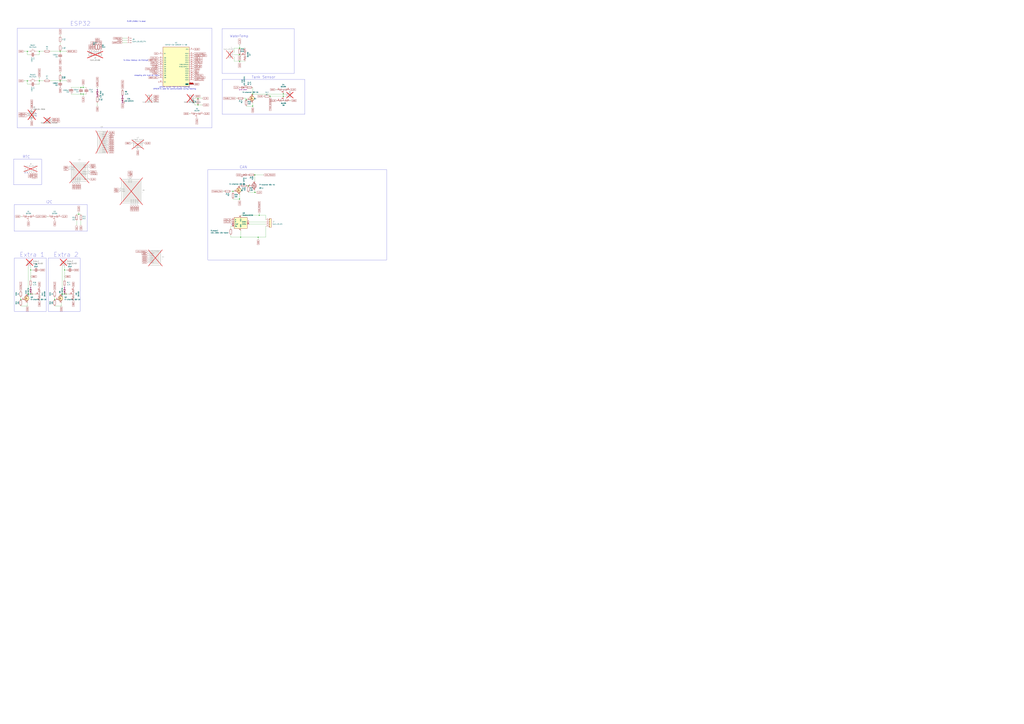
<source format=kicad_sch>
(kicad_sch
	(version 20250114)
	(generator "eeschema")
	(generator_version "9.0")
	(uuid "c26e8d55-0b6e-4c4e-b7c8-b1fed973201c")
	(paper "A0")
	(title_block
		(title "Plant Controller")
		(date "2020-12-21")
		(rev "0.4a")
		(company "C3MA")
	)
	
	(rectangle
		(start 16.51 237.744)
		(end 101.346 268.732)
		(stroke
			(width 0)
			(type default)
		)
		(fill
			(type none)
		)
		(uuid 1ed1aee0-8efb-486a-a550-066a86d5c669)
	)
	(rectangle
		(start 257.81 33.274)
		(end 341.63 85.344)
		(stroke
			(width 0)
			(type default)
		)
		(fill
			(type none)
		)
		(uuid 233c0351-cfd2-4f9e-b811-79c52fcb584d)
	)
	(rectangle
		(start 20.066 32.766)
		(end 246.126 148.59)
		(stroke
			(width 0)
			(type default)
		)
		(fill
			(type none)
		)
		(uuid 3a95b9e0-53dd-4840-b8fb-c11074eed081)
	)
	(rectangle
		(start 257.937 92.329)
		(end 354.076 132.715)
		(stroke
			(width 0)
			(type default)
		)
		(fill
			(type none)
		)
		(uuid 401e2773-4d08-4857-a7c2-f2ab6055fbac)
	)
	(rectangle
		(start 56.134 299.72)
		(end 92.964 361.95)
		(stroke
			(width 0)
			(type default)
		)
		(fill
			(type none)
		)
		(uuid 4b87a272-0a96-40f8-a42c-0bb4a8b95af2)
	)
	(rectangle
		(start 241.3 197.104)
		(end 449.072 302.006)
		(stroke
			(width 0)
			(type default)
		)
		(fill
			(type none)
		)
		(uuid 8b29e635-2665-4ed6-9f24-90ce5d238a55)
	)
	(rectangle
		(start 16.764 299.72)
		(end 53.594 361.95)
		(stroke
			(width 0)
			(type default)
		)
		(fill
			(type none)
		)
		(uuid 9180d8ab-03ef-414a-9b16-36a21edb22c2)
	)
	(rectangle
		(start 15.748 184.912)
		(end 48.26 214.63)
		(stroke
			(width 0)
			(type default)
		)
		(fill
			(type none)
		)
		(uuid f1cb09e6-74b4-43c4-8247-c9f441069dc5)
	)
	(text "GPIO21 pulses high during flashing!\nGPIO19 is used for communication during flashing"
		(exclude_from_sim no)
		(at 202.692 102.362 0)
		(effects
			(font
				(size 1.27 1.27)
			)
		)
		(uuid "2195adc7-ab0b-4ee3-aa2e-b2786571de43")
	)
	(text "To Allow Wakeup via interrupt"
		(exclude_from_sim no)
		(at 157.734 70.104 0)
		(effects
			(font
				(size 1.27 1.27)
			)
		)
		(uuid "2a2b2787-1ab7-4400-91a4-ad0dd84a1701")
	)
	(text "ESP32"
		(exclude_from_sim no)
		(at 81.28 30.48 0)
		(effects
			(font
				(size 5 5)
			)
			(justify left bottom)
		)
		(uuid "3279e749-d62b-45dc-920c-a4d4fc61f21f")
	)
	(text "Tank Sensor"
		(exclude_from_sim no)
		(at 292.1 91.44 0)
		(effects
			(font
				(size 3 3)
			)
			(justify left bottom)
		)
		(uuid "45d00ce1-d24d-4745-b54e-c4c2e50e0191")
	)
	(text "WaterTemp"
		(exclude_from_sim no)
		(at 266.954 43.688 0)
		(effects
			(font
				(size 2.667 2.667)
			)
			(justify left bottom)
		)
		(uuid "59c9990c-80fa-43e9-8e04-020dc8e86397")
	)
	(text "strapping pint must be high"
		(exclude_from_sim no)
		(at 169.672 87.63 0)
		(effects
			(font
				(size 1.27 1.27)
			)
		)
		(uuid "7b27cd3b-0694-416b-8a4d-db02b61ad3f5")
	)
	(text "Extra 2"
		(exclude_from_sim no)
		(at 61.976 299.212 0)
		(effects
			(font
				(size 5.2578 5.2578)
			)
			(justify left bottom)
		)
		(uuid "7d4d3c2e-0309-4db4-bb1b-ebcee691b404")
	)
	(text "I2C\n"
		(exclude_from_sim no)
		(at 53.34 236.728 0)
		(effects
			(font
				(size 3 3)
			)
			(justify left bottom)
		)
		(uuid "7ded9190-4a97-4053-98a7-9fc80b60531c")
	)
	(text "CAN"
		(exclude_from_sim no)
		(at 278.13 196.088 0)
		(effects
			(font
				(size 3 3)
			)
			(justify left bottom)
		)
		(uuid "8cf39c7d-2edb-4d0e-8125-f25de6204719")
	)
	(text "RTC"
		(exclude_from_sim no)
		(at 26.416 184.15 0)
		(effects
			(font
				(size 3 3)
			)
			(justify left bottom)
		)
		(uuid "9240960d-2696-4574-a275-d22681c8f19f")
	)
	(text "Extra 1"
		(exclude_from_sim no)
		(at 22.606 299.212 0)
		(effects
			(font
				(size 5.2578 5.2578)
			)
			(justify left bottom)
		)
		(uuid "bb806151-ed93-4260-a513-d3f8a6d3ffec")
	)
	(text "PUMP_ENABLE is dead"
		(exclude_from_sim no)
		(at 158.242 24.892 0)
		(effects
			(font
				(size 1.27 1.27)
			)
		)
		(uuid "f55c64b8-30c5-485a-856a-ebed595657ec")
	)
	(junction
		(at 278.13 231.14)
		(diameter 0)
		(color 0 0 0 0)
		(uuid "0c3726e0-d1e9-4039-bca5-3677b4c725de")
	)
	(junction
		(at 31.75 59.69)
		(diameter 0)
		(color 0 0 0 0)
		(uuid "0c801748-df91-4145-83f3-9b19cb585cd0")
	)
	(junction
		(at 293.37 123.19)
		(diameter 0)
		(color 0 0 0 0)
		(uuid "17f1a290-14b2-409f-9c48-5d592e211f32")
	)
	(junction
		(at 279.4 275.59)
		(diameter 0)
		(color 0 0 0 0)
		(uuid "19166192-b459-47e1-ac74-21bc03c37b1f")
	)
	(junction
		(at 288.29 215.9)
		(diameter 0)
		(color 0 0 0 0)
		(uuid "1d07663f-bb8f-4e2f-97cc-9f3018c76cec")
	)
	(junction
		(at 63.5 347.98)
		(diameter 0)
		(color 0 0 0 0)
		(uuid "237074c7-4095-4cdb-8836-b36006c70f2d")
	)
	(junction
		(at 93.98 109.22)
		(diameter 0)
		(color 0 0 0 0)
		(uuid "27a17d6b-4590-42cc-ad3f-aca12d30ba26")
	)
	(junction
		(at 35.56 341.63)
		(diameter 0)
		(color 0 0 0 0)
		(uuid "2bef4bea-bb62-4daf-b15b-75895c8a59b4")
	)
	(junction
		(at 33.02 341.63)
		(diameter 0)
		(color 0 0 0 0)
		(uuid "2bf0bdd6-2ca0-4de5-a401-4629c798d1e3")
	)
	(junction
		(at 69.85 59.69)
		(diameter 0)
		(color 0 0 0 0)
		(uuid "44bf766d-2222-4637-ada1-6cbff94abbf8")
	)
	(junction
		(at 278.13 63.5)
		(diameter 0)
		(color 0 0 0 0)
		(uuid "46c0ba75-4154-464f-9e5c-4307b07d2698")
	)
	(junction
		(at 91.44 248.92)
		(diameter 0)
		(color 0 0 0 0)
		(uuid "59cefdea-f0fc-4a2c-8ab5-1fb284bbff64")
	)
	(junction
		(at 300.99 250.19)
		(diameter 0)
		(color 0 0 0 0)
		(uuid "5a68decc-e6e5-4176-82c4-66500391e05e")
	)
	(junction
		(at 24.13 347.98)
		(diameter 0)
		(color 0 0 0 0)
		(uuid "5a7fc9d8-74a5-4dc1-ac7a-6e02e38ddb38")
	)
	(junction
		(at 293.37 109.22)
		(diameter 0)
		(color 0 0 0 0)
		(uuid "614f4425-b4dd-49e6-8d04-4b585f5b7ea5")
	)
	(junction
		(at 270.51 222.25)
		(diameter 0)
		(color 0 0 0 0)
		(uuid "622f5970-1710-4a53-8207-9e7d6a6cb61a")
	)
	(junction
		(at 35.56 313.69)
		(diameter 0)
		(color 0 0 0 0)
		(uuid "7c4ad104-5060-4b7f-8d45-809ed7f43289")
	)
	(junction
		(at 229.87 121.92)
		(diameter 0)
		(color 0 0 0 0)
		(uuid "80d65bc6-dba9-4812-bdea-0cc2f75d7859")
	)
	(junction
		(at 295.91 203.2)
		(diameter 0)
		(color 0 0 0 0)
		(uuid "8aa3ebda-bf7d-4cfb-a2c4-c5515beb2c82")
	)
	(junction
		(at 295.91 223.52)
		(diameter 0)
		(color 0 0 0 0)
		(uuid "9f7bb4a0-b21d-4bdf-8db4-f88a93ef2a49")
	)
	(junction
		(at 45.72 59.69)
		(diameter 0)
		(color 0 0 0 0)
		(uuid "a3104c80-278d-416a-b409-fd08d784c6c7")
	)
	(junction
		(at 328.93 109.22)
		(diameter 0)
		(color 0 0 0 0)
		(uuid "b45885ae-1b76-41c5-80ca-f3da7767748a")
	)
	(junction
		(at 299.72 275.59)
		(diameter 0)
		(color 0 0 0 0)
		(uuid "b6df7d86-f9e1-424a-be6d-2885ce88eb93")
	)
	(junction
		(at 45.72 93.98)
		(diameter 0)
		(color 0 0 0 0)
		(uuid "c39add44-ba76-41fb-8f18-28fa0366e282")
	)
	(junction
		(at 72.39 341.63)
		(diameter 0)
		(color 0 0 0 0)
		(uuid "cd5c9130-70fb-4c6b-8ad5-eb6ea3ac0bdb")
	)
	(junction
		(at 285.75 115.57)
		(diameter 0)
		(color 0 0 0 0)
		(uuid "d2276c73-b996-419c-a5ee-4b25917b0ea5")
	)
	(junction
		(at 31.75 93.98)
		(diameter 0)
		(color 0 0 0 0)
		(uuid "d2b0a197-1410-44de-bdc3-e63959ff5b39")
	)
	(junction
		(at 313.69 111.76)
		(diameter 0)
		(color 0 0 0 0)
		(uuid "d5a62d30-8595-4b2d-b77f-2c8c05e3af0b")
	)
	(junction
		(at 278.13 71.12)
		(diameter 0)
		(color 0 0 0 0)
		(uuid "d799f9e7-9ba0-4c73-ab01-d2e64da7f370")
	)
	(junction
		(at 229.87 114.3)
		(diameter 0)
		(color 0 0 0 0)
		(uuid "d87ec7ee-a984-4873-af6a-591dbaf9505a")
	)
	(junction
		(at 74.93 313.69)
		(diameter 0)
		(color 0 0 0 0)
		(uuid "db211aab-6cf1-4a4c-b2bd-2355f82384e0")
	)
	(junction
		(at 328.93 111.76)
		(diameter 0)
		(color 0 0 0 0)
		(uuid "df6d7758-99c5-489b-9654-8c13c4c38e3d")
	)
	(junction
		(at 278.13 55.88)
		(diameter 0)
		(color 0 0 0 0)
		(uuid "e02eebd3-438f-4aea-a333-95525a446142")
	)
	(junction
		(at 96.52 109.22)
		(diameter 0)
		(color 0 0 0 0)
		(uuid "eccbfa59-0c6d-47df-8d18-db1d8a427072")
	)
	(junction
		(at 93.98 101.6)
		(diameter 0)
		(color 0 0 0 0)
		(uuid "ecea753f-433a-4149-a225-d086184bd656")
	)
	(junction
		(at 69.85 93.98)
		(diameter 0)
		(color 0 0 0 0)
		(uuid "ed603a96-a752-490d-9f6b-e11a5c28a267")
	)
	(junction
		(at 96.52 101.6)
		(diameter 0)
		(color 0 0 0 0)
		(uuid "f1a67806-2122-488a-be9e-3def99cac9b4")
	)
	(junction
		(at 74.93 341.63)
		(diameter 0)
		(color 0 0 0 0)
		(uuid "f411ed64-9cd8-41e6-9c45-19388dc3fd14")
	)
	(no_connect
		(at 31.75 200.66)
		(uuid "133b7027-41a1-4e09-a1e6-24d8bb033b2a")
	)
	(no_connect
		(at 41.91 134.62)
		(uuid "6e3bf7f5-ac34-42e8-8ef5-a375f9ec4670")
	)
	(no_connect
		(at 29.21 200.66)
		(uuid "a8b1637e-8d2e-4941-b9bd-532be9ff9ba7")
	)
	(no_connect
		(at 269.24 260.35)
		(uuid "b85ee670-6055-4d96-864d-9946b60b5995")
	)
	(no_connect
		(at 41.91 132.08)
		(uuid "d86b8e60-6beb-4fca-8d73-f997d63653a6")
	)
	(no_connect
		(at 184.15 87.63)
		(uuid "f3c5dacd-33c5-408d-ad7a-be143502967e")
	)
	(wire
		(pts
			(xy 295.91 223.52) (xy 297.18 223.52)
		)
		(stroke
			(width 0)
			(type default)
		)
		(uuid "00d2c7e9-a47a-447c-9f61-56c541a9a18e")
	)
	(wire
		(pts
			(xy 41.91 63.5) (xy 45.72 63.5)
		)
		(stroke
			(width 0)
			(type default)
		)
		(uuid "0177a789-58ee-4342-a75b-6dc9759a0292")
	)
	(wire
		(pts
			(xy 267.97 222.25) (xy 270.51 222.25)
		)
		(stroke
			(width 0)
			(type default)
		)
		(uuid "06699c9c-4e77-4d50-b854-f457061d0524")
	)
	(wire
		(pts
			(xy 289.56 260.35) (xy 308.61 260.35)
		)
		(stroke
			(width 0)
			(type default)
		)
		(uuid "0edd146b-4349-44df-b88c-13a43f3e9d78")
	)
	(wire
		(pts
			(xy 74.93 341.63) (xy 80.01 341.63)
		)
		(stroke
			(width 0)
			(type default)
		)
		(uuid "120ebb1b-6e37-49ed-b620-6eb109e270e3")
	)
	(wire
		(pts
			(xy 279.4 275.59) (xy 299.72 275.59)
		)
		(stroke
			(width 0)
			(type default)
		)
		(uuid "123f09ab-2141-4d2f-ab26-6f330a6495f1")
	)
	(wire
		(pts
			(xy 278.13 231.14) (xy 278.13 232.41)
		)
		(stroke
			(width 0)
			(type default)
		)
		(uuid "1284e4fa-2ffe-4b9b-bfd8-c369703aa261")
	)
	(wire
		(pts
			(xy 267.97 275.59) (xy 279.4 275.59)
		)
		(stroke
			(width 0)
			(type default)
		)
		(uuid "14313190-1e4b-4965-a557-4c35ffd84c71")
	)
	(wire
		(pts
			(xy 300.99 247.65) (xy 300.99 250.19)
		)
		(stroke
			(width 0)
			(type default)
		)
		(uuid "150a33b8-95ac-4442-9b95-46a020c28304")
	)
	(wire
		(pts
			(xy 82.55 101.6) (xy 93.98 101.6)
		)
		(stroke
			(width 0)
			(type default)
		)
		(uuid "18ddd2d2-e511-427a-8ed7-47d233914a6f")
	)
	(wire
		(pts
			(xy 96.52 109.22) (xy 96.52 111.76)
		)
		(stroke
			(width 0)
			(type default)
		)
		(uuid "1ab70c7f-b32b-445d-9855-6db940558137")
	)
	(wire
		(pts
			(xy 142.24 49.53) (xy 147.32 49.53)
		)
		(stroke
			(width 0)
			(type default)
		)
		(uuid "1beee859-233b-4350-8f50-9c9759cdb634")
	)
	(wire
		(pts
			(xy 43.18 59.69) (xy 45.72 59.69)
		)
		(stroke
			(width 0)
			(type default)
		)
		(uuid "1ca63fb6-baf6-4191-bb5e-78a70eea690f")
	)
	(wire
		(pts
			(xy 270.51 231.14) (xy 278.13 231.14)
		)
		(stroke
			(width 0)
			(type default)
		)
		(uuid "1d61c2b3-75fc-43a1-a0fe-494baadbcc88")
	)
	(wire
		(pts
			(xy 229.87 114.3) (xy 234.95 114.3)
		)
		(stroke
			(width 0)
			(type default)
		)
		(uuid "1ee75389-371d-4303-a4c9-a6fef7dc46c8")
	)
	(wire
		(pts
			(xy 69.85 93.98) (xy 77.47 93.98)
		)
		(stroke
			(width 0)
			(type default)
		)
		(uuid "21cbfe94-5ca9-4e05-91f8-af8286db52f0")
	)
	(wire
		(pts
			(xy 293.37 123.19) (xy 293.37 119.38)
		)
		(stroke
			(width 0)
			(type default)
		)
		(uuid "275bf60c-e931-428c-9fac-c5ed51351ce7")
	)
	(wire
		(pts
			(xy 308.61 255.27) (xy 308.61 250.19)
		)
		(stroke
			(width 0)
			(type default)
		)
		(uuid "2a499354-e148-455b-9a98-2ca2d48a204f")
	)
	(wire
		(pts
			(xy 267.97 262.89) (xy 267.97 265.43)
		)
		(stroke
			(width 0)
			(type default)
		)
		(uuid "2a84b42a-faf4-4f12-b7d4-ed5e125ba152")
	)
	(wire
		(pts
			(xy 275.59 114.3) (xy 274.32 114.3)
		)
		(stroke
			(width 0)
			(type default)
		)
		(uuid "2b5e2002-4910-4b28-b2af-64df078c8f37")
	)
	(wire
		(pts
			(xy 24.13 345.44) (xy 24.13 347.98)
		)
		(stroke
			(width 0)
			(type default)
		)
		(uuid "2daf10fb-bf25-4624-8b12-9ecb2739a811")
	)
	(wire
		(pts
			(xy 34.29 97.79) (xy 31.75 97.79)
		)
		(stroke
			(width 0)
			(type default)
		)
		(uuid "31699884-19e8-4f5a-acb0-7aab16d601da")
	)
	(wire
		(pts
			(xy 45.72 63.5) (xy 45.72 59.69)
		)
		(stroke
			(width 0)
			(type default)
		)
		(uuid "31bf5f35-13b7-4fbb-8116-6685511be1f0")
	)
	(wire
		(pts
			(xy 63.5 347.98) (xy 64.77 347.98)
		)
		(stroke
			(width 0)
			(type default)
		)
		(uuid "323cd23f-bdd3-4e72-b368-de9ff3f69f70")
	)
	(wire
		(pts
			(xy 35.56 313.69) (xy 35.56 309.88)
		)
		(stroke
			(width 0)
			(type default)
		)
		(uuid "3485c98e-42fd-4962-baeb-f49dc1271407")
	)
	(wire
		(pts
			(xy 278.13 52.07) (xy 278.13 55.88)
		)
		(stroke
			(width 0)
			(type default)
		)
		(uuid "36492ecb-e83c-44ed-bce9-108634ac94ff")
	)
	(wire
		(pts
			(xy 285.75 115.57) (xy 287.02 115.57)
		)
		(stroke
			(width 0)
			(type default)
		)
		(uuid "378d661c-b53b-4f0b-af4c-7964a716b679")
	)
	(wire
		(pts
			(xy 35.56 341.63) (xy 40.64 341.63)
		)
		(stroke
			(width 0)
			(type default)
		)
		(uuid "398bc1ad-11e7-49fc-bab0-36ac7dcafc65")
	)
	(wire
		(pts
			(xy 293.37 123.19) (xy 285.75 123.19)
		)
		(stroke
			(width 0)
			(type default)
		)
		(uuid "3a5f8146-84f6-47e4-b5e2-1692155cbbe0")
	)
	(wire
		(pts
			(xy 96.52 101.6) (xy 100.33 101.6)
		)
		(stroke
			(width 0)
			(type default)
		)
		(uuid "3dce1630-8f07-4681-bb48-60204f907b65")
	)
	(wire
		(pts
			(xy 288.29 223.52) (xy 295.91 223.52)
		)
		(stroke
			(width 0)
			(type default)
		)
		(uuid "3eb067a1-924c-45a1-8640-502fd057892b")
	)
	(wire
		(pts
			(xy 74.93 313.69) (xy 74.93 325.12)
		)
		(stroke
			(width 0)
			(type default)
		)
		(uuid "3ff42459-900c-4649-bbc4-ab8737f50082")
	)
	(wire
		(pts
			(xy 72.39 309.88) (xy 72.39 341.63)
		)
		(stroke
			(width 0)
			(type default)
		)
		(uuid "44ae3783-0bc5-433b-8db2-8b8f87531e12")
	)
	(wire
		(pts
			(xy 226.06 114.3) (xy 229.87 114.3)
		)
		(stroke
			(width 0)
			(type default)
		)
		(uuid "44b868eb-c1c8-4396-a25b-1ed4bffa5df2")
	)
	(wire
		(pts
			(xy 31.75 351.79) (xy 31.75 355.6)
		)
		(stroke
			(width 0)
			(type default)
		)
		(uuid "461f9236-bae7-4424-aacb-8f3e89c5885f")
	)
	(wire
		(pts
			(xy 271.78 55.88) (xy 278.13 55.88)
		)
		(stroke
			(width 0)
			(type default)
		)
		(uuid "466941da-e72c-4754-9ae3-e5f3e0803017")
	)
	(wire
		(pts
			(xy 320.04 104.14) (xy 321.31 104.14)
		)
		(stroke
			(width 0)
			(type default)
		)
		(uuid "4763bbcb-eda9-4ab0-ad66-1b29bb694dd2")
	)
	(wire
		(pts
			(xy 31.75 59.69) (xy 33.02 59.69)
		)
		(stroke
			(width 0)
			(type default)
		)
		(uuid "483615ee-41ef-48f3-bab8-747913a3b96f")
	)
	(wire
		(pts
			(xy 74.93 313.69) (xy 74.93 309.88)
		)
		(stroke
			(width 0)
			(type default)
		)
		(uuid "4856e7d5-dad7-4499-8e48-3f7304874107")
	)
	(wire
		(pts
			(xy 259.08 222.25) (xy 260.35 222.25)
		)
		(stroke
			(width 0)
			(type default)
		)
		(uuid "4a3c5c08-b043-4d99-87a4-255e6c67fa4f")
	)
	(wire
		(pts
			(xy 35.56 313.69) (xy 38.1 313.69)
		)
		(stroke
			(width 0)
			(type default)
		)
		(uuid "4abb9a39-702d-4e8c-a8d7-0cf6650dcf1a")
	)
	(wire
		(pts
			(xy 69.85 86.36) (xy 69.85 83.82)
		)
		(stroke
			(width 0)
			(type default)
		)
		(uuid "4bb38bb9-7c08-4826-a42b-21192907f190")
	)
	(wire
		(pts
			(xy 270.51 222.25) (xy 270.51 223.52)
		)
		(stroke
			(width 0)
			(type default)
		)
		(uuid "4d7267f5-03fe-47f3-9648-6668b3fe0e26")
	)
	(wire
		(pts
			(xy 285.75 115.57) (xy 285.75 114.3)
		)
		(stroke
			(width 0)
			(type default)
		)
		(uuid "4fda3434-f306-40fe-aab7-f83993409326")
	)
	(wire
		(pts
			(xy 82.55 109.22) (xy 93.98 109.22)
		)
		(stroke
			(width 0)
			(type default)
		)
		(uuid "51413235-4eed-45c2-a2a5-ae2f1bbae42f")
	)
	(wire
		(pts
			(xy 69.85 59.69) (xy 77.47 59.69)
		)
		(stroke
			(width 0)
			(type default)
		)
		(uuid "5256d83b-af0e-4569-b35e-4538fa9f0c95")
	)
	(wire
		(pts
			(xy 31.75 93.98) (xy 31.75 97.79)
		)
		(stroke
			(width 0)
			(type default)
		)
		(uuid "536ecfb7-07b7-4bf3-b53a-4fdb8c0b7f89")
	)
	(wire
		(pts
			(xy 45.72 59.69) (xy 50.8 59.69)
		)
		(stroke
			(width 0)
			(type default)
		)
		(uuid "54ca3150-def0-4bc3-8825-96aab67dcdc1")
	)
	(wire
		(pts
			(xy 69.85 49.53) (xy 69.85 52.07)
		)
		(stroke
			(width 0)
			(type default)
		)
		(uuid "55bd0438-7295-46aa-bd32-0ce2fda20b0b")
	)
	(wire
		(pts
			(xy 299.72 275.59) (xy 299.72 278.13)
		)
		(stroke
			(width 0)
			(type default)
		)
		(uuid "5653655c-851d-46fe-b60a-71d2665413d9")
	)
	(wire
		(pts
			(xy 269.24 262.89) (xy 267.97 262.89)
		)
		(stroke
			(width 0)
			(type default)
		)
		(uuid "57f94b3e-2ae8-4ef5-9347-9a178f6b8342")
	)
	(wire
		(pts
			(xy 293.37 109.22) (xy 328.93 109.22)
		)
		(stroke
			(width 0)
			(type default)
		)
		(uuid "60a62d88-28f4-4168-abad-a0a075987d66")
	)
	(wire
		(pts
			(xy 219.71 132.08) (xy 220.98 132.08)
		)
		(stroke
			(width 0)
			(type default)
		)
		(uuid "62e15c17-7df5-475e-b103-0d4f69dd85c3")
	)
	(wire
		(pts
			(xy 226.06 116.84) (xy 226.06 121.92)
		)
		(stroke
			(width 0)
			(type default)
		)
		(uuid "644eabac-1c27-416e-bf4d-750948deadf2")
	)
	(wire
		(pts
			(xy 27.94 93.98) (xy 31.75 93.98)
		)
		(stroke
			(width 0)
			(type default)
		)
		(uuid "658cd722-822e-4271-af54-fd25a45efbeb")
	)
	(wire
		(pts
			(xy 74.93 334.01) (xy 74.93 332.74)
		)
		(stroke
			(width 0)
			(type default)
		)
		(uuid "666ce09a-0a0c-491a-bb39-4cbbb328181f")
	)
	(wire
		(pts
			(xy 72.39 341.63) (xy 71.12 341.63)
		)
		(stroke
			(width 0)
			(type default)
		)
		(uuid "6d047e78-eceb-4684-ac3f-c76ea2db8034")
	)
	(wire
		(pts
			(xy 69.85 59.69) (xy 69.85 60.96)
		)
		(stroke
			(width 0)
			(type default)
		)
		(uuid "700ef27d-1afc-4474-9c7e-7495dfb2cd41")
	)
	(wire
		(pts
			(xy 63.5 355.6) (xy 71.12 355.6)
		)
		(stroke
			(width 0)
			(type default)
		)
		(uuid "707f2e70-3df7-4f7c-99d6-c64a72e98548")
	)
	(wire
		(pts
			(xy 91.44 246.38) (xy 91.44 248.92)
		)
		(stroke
			(width 0)
			(type default)
		)
		(uuid "70866635-ddea-48d8-8718-83534d7ee14b")
	)
	(wire
		(pts
			(xy 96.52 99.06) (xy 96.52 101.6)
		)
		(stroke
			(width 0)
			(type default)
		)
		(uuid "722ee4f9-72ec-47c5-8af9-2593b457c9f6")
	)
	(wire
		(pts
			(xy 63.5 345.44) (xy 63.5 347.98)
		)
		(stroke
			(width 0)
			(type default)
		)
		(uuid "74091b03-ef55-4172-9d0a-d152352c23d4")
	)
	(wire
		(pts
			(xy 93.98 101.6) (xy 96.52 101.6)
		)
		(stroke
			(width 0)
			(type default)
		)
		(uuid "74b2227a-fa56-4549-b733-9557b9413712")
	)
	(wire
		(pts
			(xy 45.72 93.98) (xy 45.72 97.79)
		)
		(stroke
			(width 0)
			(type default)
		)
		(uuid "76babe23-9fed-45a3-9579-567c56af29ba")
	)
	(wire
		(pts
			(xy 33.02 341.63) (xy 35.56 341.63)
		)
		(stroke
			(width 0)
			(type default)
		)
		(uuid "79efefe3-2f9a-4adc-8d8e-3d3c4fd080ba")
	)
	(wire
		(pts
			(xy 34.29 63.5) (xy 31.75 63.5)
		)
		(stroke
			(width 0)
			(type default)
		)
		(uuid "7d485185-3d6f-4ba3-a470-0c5cd8a21f08")
	)
	(wire
		(pts
			(xy 31.75 93.98) (xy 33.02 93.98)
		)
		(stroke
			(width 0)
			(type default)
		)
		(uuid "7e0b43c8-36f8-4add-a349-afdc2cb53952")
	)
	(wire
		(pts
			(xy 279.4 267.97) (xy 279.4 275.59)
		)
		(stroke
			(width 0)
			(type default)
		)
		(uuid "80354c83-9439-41bb-b496-331d09b65dfa")
	)
	(wire
		(pts
			(xy 271.78 71.12) (xy 278.13 71.12)
		)
		(stroke
			(width 0)
			(type default)
		)
		(uuid "80434ffa-f919-4d72-8038-56a22544dbf9")
	)
	(wire
		(pts
			(xy 93.98 109.22) (xy 96.52 109.22)
		)
		(stroke
			(width 0)
			(type default)
		)
		(uuid "8407ac68-3faf-4589-b1de-98116c7b6a4f")
	)
	(wire
		(pts
			(xy 278.13 63.5) (xy 279.4 63.5)
		)
		(stroke
			(width 0)
			(type default)
		)
		(uuid "85d1d84c-fd22-4545-baea-ced839ab08b1")
	)
	(wire
		(pts
			(xy 24.13 251.46) (xy 25.4 251.46)
		)
		(stroke
			(width 0)
			(type default)
		)
		(uuid "8c027af5-0ec1-4c51-959c-ea99286f05f4")
	)
	(wire
		(pts
			(xy 271.78 66.04) (xy 271.78 71.12)
		)
		(stroke
			(width 0)
			(type default)
		)
		(uuid "91e75e41-3d05-4931-9e4d-b6a0534378d1")
	)
	(wire
		(pts
			(xy 24.13 347.98) (xy 25.4 347.98)
		)
		(stroke
			(width 0)
			(type default)
		)
		(uuid "9265ba8d-aa8e-4f84-90a1-4bb3ca015621")
	)
	(wire
		(pts
			(xy 71.12 351.79) (xy 71.12 355.6)
		)
		(stroke
			(width 0)
			(type default)
		)
		(uuid "93314357-f2cf-4957-a6b1-9d033873da88")
	)
	(wire
		(pts
			(xy 88.9 256.54) (xy 88.9 261.62)
		)
		(stroke
			(width 0)
			(type default)
		)
		(uuid "93c17db2-793e-4a58-8c7e-ff5af9ec0b01")
	)
	(wire
		(pts
			(xy 226.06 121.92) (xy 229.87 121.92)
		)
		(stroke
			(width 0)
			(type default)
		)
		(uuid "97d339c5-225b-44e6-942d-fe692ed2713c")
	)
	(wire
		(pts
			(xy 278.13 71.12) (xy 284.48 71.12)
		)
		(stroke
			(width 0)
			(type default)
		)
		(uuid "99c7b492-11b3-4968-bb47-e0e498beb4f4")
	)
	(wire
		(pts
			(xy 142.24 46.99) (xy 147.32 46.99)
		)
		(stroke
			(width 0)
			(type default)
		)
		(uuid "a05a58e8-2be9-48f5-901e-7c5c204a399d")
	)
	(wire
		(pts
			(xy 93.98 261.62) (xy 93.98 256.54)
		)
		(stroke
			(width 0)
			(type default)
		)
		(uuid "a0dea2ad-b1d7-490e-8617-4f6f933c9a95")
	)
	(wire
		(pts
			(xy 295.91 203.2) (xy 295.91 210.82)
		)
		(stroke
			(width 0)
			(type default)
		)
		(uuid "a382d13c-c48e-4b77-be5d-0d27829429c9")
	)
	(wire
		(pts
			(xy 267.97 273.05) (xy 267.97 275.59)
		)
		(stroke
			(width 0)
			(type default)
		)
		(uuid "a63170af-451f-4e57-86b8-9e3cc77ff6f3")
	)
	(wire
		(pts
			(xy 58.42 93.98) (xy 69.85 93.98)
		)
		(stroke
			(width 0)
			(type default)
		)
		(uuid "a650c4ef-35d1-41cc-a1b8-2f4d039def3e")
	)
	(wire
		(pts
			(xy 45.72 93.98) (xy 50.8 93.98)
		)
		(stroke
			(width 0)
			(type default)
		)
		(uuid "a6f20c79-82b3-4cbc-a418-b3e892edf979")
	)
	(wire
		(pts
			(xy 229.87 121.92) (xy 234.95 121.92)
		)
		(stroke
			(width 0)
			(type default)
		)
		(uuid "a9a80599-37da-40a1-aecd-15d6cb538347")
	)
	(wire
		(pts
			(xy 41.91 97.79) (xy 45.72 97.79)
		)
		(stroke
			(width 0)
			(type default)
		)
		(uuid "b0727bbf-4aa0-4f1f-a393-5a2444607ca8")
	)
	(wire
		(pts
			(xy 43.18 93.98) (xy 45.72 93.98)
		)
		(stroke
			(width 0)
			(type default)
		)
		(uuid "b34bc502-57b5-42ca-a1e3-e37a6b18fa8a")
	)
	(wire
		(pts
			(xy 308.61 262.89) (xy 308.61 275.59)
		)
		(stroke
			(width 0)
			(type default)
		)
		(uuid "b34dbc0f-d0f5-46be-a41e-6e3a569790dc")
	)
	(wire
		(pts
			(xy 278.13 71.12) (xy 278.13 72.39)
		)
		(stroke
			(width 0)
			(type default)
		)
		(uuid "b8e1344d-eebb-405e-bf45-bf7286818846")
	)
	(wire
		(pts
			(xy 293.37 124.46) (xy 293.37 123.19)
		)
		(stroke
			(width 0)
			(type default)
		)
		(uuid "bb4f2f26-b712-4588-89fd-57e1b91b981a")
	)
	(wire
		(pts
			(xy 72.39 341.63) (xy 74.93 341.63)
		)
		(stroke
			(width 0)
			(type default)
		)
		(uuid "bcbdfbfe-813b-406c-8e78-ecf377694e4b")
	)
	(wire
		(pts
			(xy 287.02 215.9) (xy 288.29 215.9)
		)
		(stroke
			(width 0)
			(type default)
		)
		(uuid "bd283261-3d2c-45f4-9544-2b5523ad05a7")
	)
	(wire
		(pts
			(xy 270.51 222.25) (xy 271.78 222.25)
		)
		(stroke
			(width 0)
			(type default)
		)
		(uuid "be960626-c1a0-4bf7-92b0-89dc40218816")
	)
	(wire
		(pts
			(xy 278.13 55.88) (xy 284.48 55.88)
		)
		(stroke
			(width 0)
			(type default)
		)
		(uuid "c3c4e6a5-ffd0-4949-b1ed-9dbac4816a31")
	)
	(wire
		(pts
			(xy 31.75 63.5) (xy 31.75 59.69)
		)
		(stroke
			(width 0)
			(type default)
		)
		(uuid "c64f7182-b1d1-414b-8311-bf9c8def56b0")
	)
	(wire
		(pts
			(xy 27.94 59.69) (xy 31.75 59.69)
		)
		(stroke
			(width 0)
			(type default)
		)
		(uuid "c80e2422-7139-49dc-b3f9-625263c3cdf8")
	)
	(wire
		(pts
			(xy 293.37 101.6) (xy 293.37 109.22)
		)
		(stroke
			(width 0)
			(type default)
		)
		(uuid "cad969f2-74fc-4d70-ae1a-5f7c9f1fafe5")
	)
	(wire
		(pts
			(xy 313.69 111.76) (xy 313.69 113.03)
		)
		(stroke
			(width 0)
			(type default)
		)
		(uuid "d015eee5-e700-4aae-9740-7584ac86f2dc")
	)
	(wire
		(pts
			(xy 69.85 40.64) (xy 69.85 41.91)
		)
		(stroke
			(width 0)
			(type default)
		)
		(uuid "d32bf4e8-ecff-4ac9-ad29-ae1c8bda82d7")
	)
	(wire
		(pts
			(xy 33.02 341.63) (xy 31.75 341.63)
		)
		(stroke
			(width 0)
			(type default)
		)
		(uuid "d3a8bba0-f6b8-492c-bd32-cf4f52b3a460")
	)
	(wire
		(pts
			(xy 45.72 90.17) (xy 45.72 93.98)
		)
		(stroke
			(width 0)
			(type default)
		)
		(uuid "d620b9ee-3d35-4705-a602-47bebfdc9e10")
	)
	(wire
		(pts
			(xy 289.56 257.81) (xy 308.61 257.81)
		)
		(stroke
			(width 0)
			(type default)
		)
		(uuid "d9d47c90-98e8-448f-b97f-311918e8b47b")
	)
	(wire
		(pts
			(xy 271.78 60.96) (xy 271.78 55.88)
		)
		(stroke
			(width 0)
			(type default)
		)
		(uuid "db1449f4-7508-4d35-a59d-651f6bb67398")
	)
	(wire
		(pts
			(xy 285.75 114.3) (xy 283.21 114.3)
		)
		(stroke
			(width 0)
			(type default)
		)
		(uuid "e0590603-97f3-488f-aff4-b2368937ebe3")
	)
	(wire
		(pts
			(xy 299.72 275.59) (xy 308.61 275.59)
		)
		(stroke
			(width 0)
			(type default)
		)
		(uuid "e0baa260-4433-435a-8fdb-c95070b6a17f")
	)
	(wire
		(pts
			(xy 328.93 111.76) (xy 331.47 111.76)
		)
		(stroke
			(width 0)
			(type default)
		)
		(uuid "e1cb434d-ad4f-4f8f-9de9-d90ae9cd1c77")
	)
	(wire
		(pts
			(xy 54.61 251.46) (xy 55.88 251.46)
		)
		(stroke
			(width 0)
			(type default)
		)
		(uuid "e3114c64-3a58-46b0-a670-c83661c7de49")
	)
	(wire
		(pts
			(xy 295.91 203.2) (xy 306.07 203.2)
		)
		(stroke
			(width 0)
			(type default)
		)
		(uuid "ea11e694-d41b-4635-9c51-afcb7fd10439")
	)
	(wire
		(pts
			(xy 313.69 111.76) (xy 328.93 111.76)
		)
		(stroke
			(width 0)
			(type default)
		)
		(uuid "ed1859d2-f596-4cb5-a5ad-7acc9d34a435")
	)
	(wire
		(pts
			(xy 35.56 313.69) (xy 35.56 325.12)
		)
		(stroke
			(width 0)
			(type default)
		)
		(uuid "ed1fd11f-d09d-48a9-9ccc-935ebda3f31e")
	)
	(wire
		(pts
			(xy 142.24 44.45) (xy 147.32 44.45)
		)
		(stroke
			(width 0)
			(type default)
		)
		(uuid "ede5a054-18a1-4079-b94b-e81d597fb7e8")
	)
	(wire
		(pts
			(xy 300.99 250.19) (xy 279.4 250.19)
		)
		(stroke
			(width 0)
			(type default)
		)
		(uuid "eed2a20e-8a2e-468c-986b-703f48d14fad")
	)
	(wire
		(pts
			(xy 279.4 215.9) (xy 278.13 215.9)
		)
		(stroke
			(width 0)
			(type default)
		)
		(uuid "ef84e875-bc95-4e0c-b7cd-f833532b8fe9")
	)
	(wire
		(pts
			(xy 295.91 223.52) (xy 295.91 220.98)
		)
		(stroke
			(width 0)
			(type default)
		)
		(uuid "efae81ae-a4a3-4b51-8fb5-158ac9b5c034")
	)
	(wire
		(pts
			(xy 58.42 59.69) (xy 69.85 59.69)
		)
		(stroke
			(width 0)
			(type default)
		)
		(uuid "efe43904-6098-445c-abdc-2bc8ca9294e5")
	)
	(wire
		(pts
			(xy 328.93 109.22) (xy 331.47 109.22)
		)
		(stroke
			(width 0)
			(type default)
		)
		(uuid "f0fe1774-fe0e-4df8-8b74-3ff52c87b757")
	)
	(wire
		(pts
			(xy 337.82 116.84) (xy 336.55 116.84)
		)
		(stroke
			(width 0)
			(type default)
		)
		(uuid "f1a50e89-e842-4523-8212-2d0c94809628")
	)
	(wire
		(pts
			(xy 96.52 109.22) (xy 100.33 109.22)
		)
		(stroke
			(width 0)
			(type default)
		)
		(uuid "f1c085fa-3dc9-4e20-974e-d9de9c622474")
	)
	(wire
		(pts
			(xy 308.61 250.19) (xy 300.99 250.19)
		)
		(stroke
			(width 0)
			(type default)
		)
		(uuid "f257f0d3-9a51-4ffa-86cc-5723ff5e10af")
	)
	(wire
		(pts
			(xy 24.13 355.6) (xy 31.75 355.6)
		)
		(stroke
			(width 0)
			(type default)
		)
		(uuid "f2e01eb8-dda0-4f4c-a50c-8fd5751acfb1")
	)
	(wire
		(pts
			(xy 113.03 101.6) (xy 113.03 104.14)
		)
		(stroke
			(width 0)
			(type default)
		)
		(uuid "f30c40b9-fbc4-4f15-8b49-bc02d2675311")
	)
	(wire
		(pts
			(xy 35.56 334.01) (xy 35.56 332.74)
		)
		(stroke
			(width 0)
			(type default)
		)
		(uuid "f3bf6e36-aa7c-4ac8-8639-188ecb6b8e30")
	)
	(wire
		(pts
			(xy 88.9 248.92) (xy 91.44 248.92)
		)
		(stroke
			(width 0)
			(type default)
		)
		(uuid "f5e7d45d-4790-4305-9401-f604f4076991")
	)
	(wire
		(pts
			(xy 278.13 226.06) (xy 278.13 231.14)
		)
		(stroke
			(width 0)
			(type default)
		)
		(uuid "f6863006-a26d-4e4e-814f-8be362cb4a87")
	)
	(wire
		(pts
			(xy 271.78 63.5) (xy 278.13 63.5)
		)
		(stroke
			(width 0)
			(type default)
		)
		(uuid "f9c01c92-19e3-4daa-9743-ed08778d5561")
	)
	(wire
		(pts
			(xy 33.02 309.88) (xy 33.02 341.63)
		)
		(stroke
			(width 0)
			(type default)
		)
		(uuid "fa43ccc0-370c-4fdb-a0d8-dd3f4f7e79e7")
	)
	(wire
		(pts
			(xy 74.93 313.69) (xy 77.47 313.69)
		)
		(stroke
			(width 0)
			(type default)
		)
		(uuid "fcaf42a8-4767-4fa9-907c-897f08df9f9c")
	)
	(wire
		(pts
			(xy 113.03 119.38) (xy 113.03 123.19)
		)
		(stroke
			(width 0)
			(type default)
		)
		(uuid "fdfc0054-bdc4-4e7d-873c-b15a0eb65110")
	)
	(wire
		(pts
			(xy 91.44 248.92) (xy 93.98 248.92)
		)
		(stroke
			(width 0)
			(type default)
		)
		(uuid "ff6dab05-366f-49e5-b875-92ab1629809b")
	)
	(global_label "GND"
		(shape input)
		(at 85.09 334.01 90)
		(fields_autoplaced yes)
		(effects
			(font
				(size 1.27 1.27)
			)
			(justify left)
		)
		(uuid "01f0ce47-812c-4593-960f-ca9592317683")
		(property "Intersheetrefs" "${INTERSHEET_REFS}"
			(at 85.09 327.1543 90)
			(effects
				(font
					(size 1.27 1.27)
				)
				(justify left)
				(hide yes)
			)
		)
	)
	(global_label "TANK_SENSOR"
		(shape input)
		(at 184.15 80.01 180)
		(fields_autoplaced yes)
		(effects
			(font
				(size 1.27 1.27)
			)
			(justify right)
		)
		(uuid "0277878d-a4a6-4231-8b67-d156df63670e")
		(property "Intersheetrefs" "${INTERSHEET_REFS}"
			(at 168.6957 80.01 0)
			(effects
				(font
					(size 1.27 1.27)
				)
				(justify right)
				(hide yes)
			)
		)
	)
	(global_label "GND"
		(shape input)
		(at 337.82 116.84 0)
		(fields_autoplaced yes)
		(effects
			(font
				(size 1.27 1.27)
			)
			(justify left)
		)
		(uuid "05c81bef-81a5-4a36-ab49-e60fb7156524")
		(property "Intersheetrefs" "${INTERSHEET_REFS}"
			(at 343.9421 116.84 0)
			(effects
				(font
					(size 1.27 1.27)
				)
				(justify left)
				(hide yes)
			)
		)
	)
	(global_label "3_3V"
		(shape input)
		(at 321.31 116.84 180)
		(fields_autoplaced yes)
		(effects
			(font
				(size 1.27 1.27)
			)
			(justify right)
		)
		(uuid "05d6d37f-4aa5-4dd8-a14c-e60a7d890ed1")
		(property "Intersheetrefs" "${INTERSHEET_REFS}"
			(at 314.5832 116.84 0)
			(effects
				(font
					(size 1.27 1.27)
				)
				(justify right)
				(hide yes)
			)
		)
	)
	(global_label "3_3V"
		(shape input)
		(at 297.18 223.52 0)
		(fields_autoplaced yes)
		(effects
			(font
				(size 1.27 1.27)
			)
			(justify left)
		)
		(uuid "064a757c-81c2-4d27-9871-1cdfc637d0bb")
		(property "Intersheetrefs" "${INTERSHEET_REFS}"
			(at 304.6404 223.52 0)
			(effects
				(font
					(size 1.27 1.27)
				)
				(justify left)
				(hide yes)
			)
		)
	)
	(global_label "VBAT"
		(shape input)
		(at 152.4 205.74 90)
		(fields_autoplaced yes)
		(effects
			(font
				(size 1.27 1.27)
			)
			(justify left)
		)
		(uuid "06c8a595-7bf2-4dd7-a4f0-ac17b2d46649")
		(property "Intersheetrefs" "${INTERSHEET_REFS}"
			(at 152.4 198.9942 90)
			(effects
				(font
					(size 1.27 1.27)
				)
				(justify left)
				(hide yes)
			)
		)
	)
	(global_label "GND"
		(shape input)
		(at 320.04 104.14 180)
		(fields_autoplaced yes)
		(effects
			(font
				(size 1.27 1.27)
			)
			(justify right)
		)
		(uuid "07eb776c-3b6c-493d-938d-f5eeb93bb30f")
		(property "Intersheetrefs" "${INTERSHEET_REFS}"
			(at 313.9179 104.14 0)
			(effects
				(font
					(size 1.27 1.27)
				)
				(justify right)
				(hide yes)
			)
		)
	)
	(global_label "GND"
		(shape input)
		(at 96.52 99.06 90)
		(fields_autoplaced yes)
		(effects
			(font
				(size 1.27 1.27)
			)
			(justify left)
		)
		(uuid "07f2735a-5fa4-495f-a960-1a2fafe677bd")
		(property "Intersheetrefs" "${INTERSHEET_REFS}"
			(at 96.52 92.9379 90)
			(effects
				(font
					(size 1.27 1.27)
				)
				(justify left)
				(hide yes)
			)
		)
	)
	(global_label "3_3V"
		(shape input)
		(at 149.86 205.74 90)
		(fields_autoplaced yes)
		(effects
			(font
				(size 1.27 1.27)
			)
			(justify left)
		)
		(uuid "09a7e979-4a18-4d80-a7c2-c9c10cdbfd9d")
		(property "Intersheetrefs" "${INTERSHEET_REFS}"
			(at 149.86 198.9338 90)
			(effects
				(font
					(size 1.27 1.27)
				)
				(justify left)
				(hide yes)
			)
		)
	)
	(global_label "GND"
		(shape input)
		(at 226.06 111.76 0)
		(fields_autoplaced yes)
		(effects
			(font
				(size 1.27 1.27)
			)
			(justify left)
		)
		(uuid "09df9ed6-1e8f-41ca-830c-ab300f318c83")
		(property "Intersheetrefs" "${INTERSHEET_REFS}"
			(at 232.2615 111.76 0)
			(effects
				(font
					(size 1.27 1.27)
				)
				(justify left)
				(hide yes)
			)
		)
	)
	(global_label "WORKING"
		(shape input)
		(at 224.79 87.63 0)
		(fields_autoplaced yes)
		(effects
			(font
				(size 1.27 1.27)
			)
			(justify left)
		)
		(uuid "0af53f6a-ea11-4d73-a8d1-f63ebcdc2e54")
		(property "Intersheetrefs" "${INTERSHEET_REFS}"
			(at 235.6482 87.63 0)
			(effects
				(font
					(size 1.27 1.27)
				)
				(justify left)
				(hide yes)
			)
		)
	)
	(global_label "Charge"
		(shape input)
		(at 184.15 74.93 180)
		(fields_autoplaced yes)
		(effects
			(font
				(size 1.27 1.27)
			)
			(justify right)
		)
		(uuid "0d0161bc-7240-4eee-8726-d1822cffb0f6")
		(property "Intersheetrefs" "${INTERSHEET_REFS}"
			(at 175.2272 74.93 0)
			(effects
				(font
					(size 1.27 1.27)
				)
				(justify right)
				(hide yes)
			)
		)
	)
	(global_label "USB_D-"
		(shape input)
		(at 109.22 58.42 90)
		(fields_autoplaced yes)
		(effects
			(font
				(size 1.27 1.27)
			)
			(justify left)
		)
		(uuid "0d994ccb-a63f-4416-9894-9ddfda536836")
		(property "Intersheetrefs" "${INTERSHEET_REFS}"
			(at 109.22 48.469 90)
			(effects
				(font
					(size 1.27 1.27)
				)
				(justify left)
				(hide yes)
			)
		)
	)
	(global_label "GND"
		(shape input)
		(at 154.94 238.76 270)
		(fields_autoplaced yes)
		(effects
			(font
				(size 1.27 1.27)
			)
			(justify right)
		)
		(uuid "0e2ae4f1-4564-4982-956b-ea4c210979bf")
		(property "Intersheetrefs" "${INTERSHEET_REFS}"
			(at 154.94 244.9615 90)
			(effects
				(font
					(size 1.27 1.27)
				)
				(justify right)
				(hide yes)
			)
		)
	)
	(global_label "LED_ENABLE"
		(shape input)
		(at 171.45 292.1 180)
		(fields_autoplaced yes)
		(effects
			(font
				(size 1.27 1.27)
			)
			(justify right)
		)
		(uuid "11cc9fe3-80f4-40f0-bfcd-ee01b4fd2a55")
		(property "Intersheetrefs" "${INTERSHEET_REFS}"
			(at 157.6891 292.1 0)
			(effects
				(font
					(size 1.27 1.27)
				)
				(justify right)
				(hide yes)
			)
		)
	)
	(global_label "SDA"
		(shape input)
		(at 36.83 200.66 270)
		(fields_autoplaced yes)
		(effects
			(font
				(size 1.27 1.27)
			)
			(justify right)
		)
		(uuid "15df726b-dd98-4aca-996c-07a91cdb9d7a")
		(property "Intersheetrefs" "${INTERSHEET_REFS}"
			(at 36.83 206.5591 90)
			(effects
				(font
					(size 1.27 1.27)
				)
				(justify right)
				(hide yes)
			)
		)
	)
	(global_label "GND"
		(shape input)
		(at 171.45 297.18 180)
		(fields_autoplaced yes)
		(effects
			(font
				(size 1.27 1.27)
			)
			(justify right)
		)
		(uuid "1acf831d-2a29-4a4e-a38c-6e35bf2b277f")
		(property "Intersheetrefs" "${INTERSHEET_REFS}"
			(at 165.2485 297.18 0)
			(effects
				(font
					(size 1.27 1.27)
				)
				(justify right)
				(hide yes)
			)
		)
	)
	(global_label "SDA"
		(shape input)
		(at 177.8 114.3 0)
		(fields_autoplaced yes)
		(effects
			(font
				(size 1.27 1.27)
			)
			(justify left)
		)
		(uuid "1c205131-2195-4fc5-98ca-0cab3ff1b276")
		(property "Intersheetrefs" "${INTERSHEET_REFS}"
			(at 183.6197 114.3 0)
			(effects
				(font
					(size 1.27 1.27)
				)
				(justify left)
				(hide yes)
			)
		)
	)
	(global_label "GND"
		(shape input)
		(at 293.37 124.46 270)
		(fields_autoplaced yes)
		(effects
			(font
				(size 1.27 1.27)
			)
			(justify right)
		)
		(uuid "20826301-241c-4b61-8480-c1231645cf78")
		(property "Intersheetrefs" "${INTERSHEET_REFS}"
			(at 293.37 130.5821 90)
			(effects
				(font
					(size 1.27 1.27)
				)
				(justify right)
				(hide yes)
			)
		)
	)
	(global_label "VBAT"
		(shape input)
		(at 85.09 349.25 270)
		(fields_autoplaced yes)
		(effects
			(font
				(size 1.27 1.27)
			)
			(justify right)
		)
		(uuid "23c912c6-12c3-411c-bd7f-baaa5f29c31c")
		(property "Intersheetrefs" "${INTERSHEET_REFS}"
			(at 85.09 356.65 90)
			(effects
				(font
					(size 1.27 1.27)
				)
				(justify right)
				(hide yes)
			)
		)
	)
	(global_label "Enable_Can"
		(shape input)
		(at 224.79 90.17 0)
		(fields_autoplaced yes)
		(effects
			(font
				(size 1.27 1.27)
			)
			(justify left)
		)
		(uuid "24d16250-672e-44fe-ad70-3074ead5551d")
		(property "Intersheetrefs" "${INTERSHEET_REFS}"
			(at 238.0064 90.17 0)
			(effects
				(font
					(size 1.27 1.27)
				)
				(justify left)
				(hide yes)
			)
		)
	)
	(global_label "GND"
		(shape input)
		(at 24.13 251.46 180)
		(fields_autoplaced yes)
		(effects
			(font
				(size 1.27 1.27)
			)
			(justify right)
		)
		(uuid "29a5ca9f-ceff-4d1f-9d68-01494322a3e8")
		(property "Intersheetrefs" "${INTERSHEET_REFS}"
			(at 18.0079 251.46 0)
			(effects
				(font
					(size 1.27 1.27)
				)
				(justify right)
				(hide yes)
			)
		)
	)
	(global_label "GND"
		(shape input)
		(at 125.73 173.99 0)
		(fields_autoplaced yes)
		(effects
			(font
				(size 1.27 1.27)
			)
			(justify left)
		)
		(uuid "2b9f7359-b644-478f-ba13-5ea4a3466855")
		(property "Intersheetrefs" "${INTERSHEET_REFS}"
			(at 131.9315 173.99 0)
			(effects
				(font
					(size 1.27 1.27)
				)
				(justify left)
				(hide yes)
			)
		)
	)
	(global_label "USB_BUS"
		(shape input)
		(at 36.83 127 90)
		(fields_autoplaced yes)
		(effects
			(font
				(size 1.27 1.27)
			)
			(justify left)
		)
		(uuid "2c73b682-c34d-4be6-90ef-25750bdd4b53")
		(property "Intersheetrefs" "${INTERSHEET_REFS}"
			(at 36.83 116.0814 90)
			(effects
				(font
					(size 1.27 1.27)
				)
				(justify left)
				(hide yes)
			)
		)
	)
	(global_label "SDA"
		(shape input)
		(at 224.79 85.09 0)
		(fields_autoplaced yes)
		(effects
			(font
				(size 1.27 1.27)
			)
			(justify left)
		)
		(uuid "2eebddac-8c2f-4574-8648-38ee33af1472")
		(property "Intersheetrefs" "${INTERSHEET_REFS}"
			(at 230.6891 85.09 0)
			(effects
				(font
					(size 1.27 1.27)
				)
				(justify left)
				(hide yes)
			)
		)
	)
	(global_label "GND"
		(shape input)
		(at 160.02 173.99 270)
		(fields_autoplaced yes)
		(effects
			(font
				(size 1.27 1.27)
			)
			(justify right)
		)
		(uuid "300650e6-036d-445a-a054-e0480cee81f6")
		(property "Intersheetrefs" "${INTERSHEET_REFS}"
			(at 160.02 180.1915 90)
			(effects
				(font
					(size 1.27 1.27)
				)
				(justify right)
				(hide yes)
			)
		)
	)
	(global_label "WORKING"
		(shape input)
		(at 142.24 104.14 90)
		(fields_autoplaced yes)
		(effects
			(font
				(size 1.27 1.27)
			)
			(justify left)
		)
		(uuid "303310f5-7f76-473a-84ff-825ecc4bddd1")
		(property "Intersheetrefs" "${INTERSHEET_REFS}"
			(at 142.24 93.2818 90)
			(effects
				(font
					(size 1.27 1.27)
				)
				(justify left)
				(hide yes)
			)
		)
	)
	(global_label "FLOW"
		(shape input)
		(at 228.6 137.16 270)
		(fields_autoplaced yes)
		(effects
			(font
				(size 1.27 1.27)
			)
			(justify right)
		)
		(uuid "34231fa6-ab62-4cfa-828a-b9604edabdea")
		(property "Intersheetrefs" "${INTERSHEET_REFS}"
			(at 228.6 144.3896 90)
			(effects
				(font
					(size 1.27 1.27)
				)
				(justify right)
				(hide yes)
			)
		)
	)
	(global_label "GND"
		(shape input)
		(at 125.73 168.91 0)
		(fields_autoplaced yes)
		(effects
			(font
				(size 1.27 1.27)
			)
			(justify left)
		)
		(uuid "36226fb3-6951-4568-90f3-daa99e609121")
		(property "Intersheetrefs" "${INTERSHEET_REFS}"
			(at 131.9315 168.91 0)
			(effects
				(font
					(size 1.27 1.27)
				)
				(justify left)
				(hide yes)
			)
		)
	)
	(global_label "GND"
		(shape input)
		(at 125.73 166.37 0)
		(fields_autoplaced yes)
		(effects
			(font
				(size 1.27 1.27)
			)
			(justify left)
		)
		(uuid "36c40c19-19ac-4e9a-9c4c-07e2994aa2a1")
		(property "Intersheetrefs" "${INTERSHEET_REFS}"
			(at 131.9315 166.37 0)
			(effects
				(font
					(size 1.27 1.27)
				)
				(justify left)
				(hide yes)
			)
		)
	)
	(global_label "GND"
		(shape input)
		(at 224.79 97.79 0)
		(fields_autoplaced yes)
		(effects
			(font
				(size 1.27 1.27)
			)
			(justify left)
		)
		(uuid "3952489d-2258-4eb0-b36f-fed0b81dc0f7")
		(property "Intersheetrefs" "${INTERSHEET_REFS}"
			(at 230.9121 97.79 0)
			(effects
				(font
					(size 1.27 1.27)
				)
				(justify left)
				(hide yes)
			)
		)
	)
	(global_label "EXTRA_2"
		(shape input)
		(at 63.5 337.82 90)
		(fields_autoplaced yes)
		(effects
			(font
				(size 1.27 1.27)
			)
			(justify left)
		)
		(uuid "3ab962ab-f8c1-4e7d-ba3a-b62909df85fe")
		(property "Intersheetrefs" "${INTERSHEET_REFS}"
			(at 63.5 327.6272 90)
			(effects
				(font
					(size 1.27 1.27)
				)
				(justify left)
				(hide yes)
			)
		)
	)
	(global_label "GND"
		(shape input)
		(at 171.45 302.26 180)
		(fields_autoplaced yes)
		(effects
			(font
				(size 1.27 1.27)
			)
			(justify right)
		)
		(uuid "3adfe8c5-95ca-4799-9787-aad655ffd5a2")
		(property "Intersheetrefs" "${INTERSHEET_REFS}"
			(at 165.2485 302.26 0)
			(effects
				(font
					(size 1.27 1.27)
				)
				(justify right)
				(hide yes)
			)
		)
	)
	(global_label "CAN_RX"
		(shape input)
		(at 269.24 257.81 180)
		(fields_autoplaced yes)
		(effects
			(font
				(size 1.27 1.27)
			)
			(justify right)
		)
		(uuid "40dd5efc-6f48-4d45-a2d0-5ed0a9d31402")
		(property "Intersheetrefs" "${INTERSHEET_REFS}"
			(at 259.7728 257.81 0)
			(effects
				(font
					(size 1.27 1.27)
				)
				(justify right)
				(hide yes)
			)
		)
	)
	(global_label "EXTRA_1"
		(shape input)
		(at 24.13 337.82 90)
		(fields_autoplaced yes)
		(effects
			(font
				(size 1.27 1.27)
			)
			(justify left)
		)
		(uuid "428764c2-dec7-4bbb-9ce6-8a82503ab149")
		(property "Intersheetrefs" "${INTERSHEET_REFS}"
			(at 24.13 327.6272 90)
			(effects
				(font
					(size 1.27 1.27)
				)
				(justify left)
				(hide yes)
			)
		)
	)
	(global_label "VBAT"
		(shape input)
		(at 104.14 194.31 0)
		(fields_autoplaced yes)
		(effects
			(font
				(size 1.27 1.27)
			)
			(justify left)
		)
		(uuid "4460be89-aeb8-4588-81b4-86e5166a9474")
		(property "Intersheetrefs" "${INTERSHEET_REFS}"
			(at 110.8858 194.31 0)
			(effects
				(font
					(size 1.27 1.27)
				)
				(justify left)
				(hide yes)
			)
		)
	)
	(global_label "EXTRA_1"
		(shape input)
		(at 184.15 82.55 180)
		(fields_autoplaced yes)
		(effects
			(font
				(size 1.27 1.27)
			)
			(justify right)
		)
		(uuid "4635eda0-e395-42c7-9764-c7b7fc3019ec")
		(property "Intersheetrefs" "${INTERSHEET_REFS}"
			(at 173.9572 82.55 0)
			(effects
				(font
					(size 1.27 1.27)
				)
				(justify right)
				(hide yes)
			)
		)
	)
	(global_label "USB_D-"
		(shape input)
		(at 224.79 67.31 0)
		(fields_autoplaced yes)
		(effects
			(font
				(size 1.27 1.27)
			)
			(justify left)
		)
		(uuid "4762d8da-1631-45c2-a8a0-68b72266e13f")
		(property "Intersheetrefs" "${INTERSHEET_REFS}"
			(at 234.741 67.31 0)
			(effects
				(font
					(size 1.27 1.27)
				)
				(justify left)
				(hide yes)
			)
		)
	)
	(global_label "GND"
		(shape input)
		(at 85.09 313.69 0)
		(fields_autoplaced yes)
		(effects
			(font
				(size 1.27 1.27)
			)
			(justify left)
		)
		(uuid "498c91d4-2879-4126-8859-4d98590377dd")
		(property "Intersheetrefs" "${INTERSHEET_REFS}"
			(at 91.9457 313.69 0)
			(effects
				(font
					(size 1.27 1.27)
				)
				(justify left)
				(hide yes)
			)
		)
	)
	(global_label "CONFIG2"
		(shape input)
		(at 142.24 44.45 180)
		(fields_autoplaced yes)
		(effects
			(font
				(size 1.27 1.27)
			)
			(justify right)
		)
		(uuid "4aed43a7-6995-42f6-b313-69653f7d36d4")
		(property "Intersheetrefs" "${INTERSHEET_REFS}"
			(at 131.8051 44.45 0)
			(effects
				(font
					(size 1.27 1.27)
				)
				(justify right)
				(hide yes)
			)
		)
	)
	(global_label "3_3V"
		(shape input)
		(at 224.79 57.15 0)
		(fields_autoplaced yes)
		(effects
			(font
				(size 1.27 1.27)
			)
			(justify left)
		)
		(uuid "4b58c183-fef7-4f16-8227-b9c944318b7a")
		(property "Intersheetrefs" "${INTERSHEET_REFS}"
			(at 231.5962 57.15 0)
			(effects
				(font
					(size 1.27 1.27)
				)
				(justify left)
				(hide yes)
			)
		)
	)
	(global_label "GND"
		(shape input)
		(at 299.72 278.13 270)
		(fields_autoplaced yes)
		(effects
			(font
				(size 1.27 1.27)
			)
			(justify right)
		)
		(uuid "4cc49328-fba6-4c5a-97ad-c670e8c733c8")
		(property "Intersheetrefs" "${INTERSHEET_REFS}"
			(at 299.72 284.9857 90)
			(effects
				(font
					(size 1.27 1.27)
				)
				(justify right)
				(hide yes)
			)
		)
	)
	(global_label "GND"
		(shape input)
		(at 219.71 132.08 180)
		(fields_autoplaced yes)
		(effects
			(font
				(size 1.27 1.27)
			)
			(justify right)
		)
		(uuid "4e1f5596-4d13-4a09-8265-b9712f406076")
		(property "Intersheetrefs" "${INTERSHEET_REFS}"
			(at 213.5879 132.08 0)
			(effects
				(font
					(size 1.27 1.27)
				)
				(justify right)
				(hide yes)
			)
		)
	)
	(global_label "LED_ENABLE"
		(shape input)
		(at 224.79 62.23 0)
		(fields_autoplaced yes)
		(effects
			(font
				(size 1.27 1.27)
			)
			(justify left)
		)
		(uuid "5064f40a-c39f-4b20-b500-6fe3c570c724")
		(property "Intersheetrefs" "${INTERSHEET_REFS}"
			(at 238.4715 62.23 0)
			(effects
				(font
					(size 1.27 1.27)
				)
				(justify left)
				(hide yes)
			)
		)
	)
	(global_label "GND"
		(shape input)
		(at 27.94 59.69 180)
		(fields_autoplaced yes)
		(effects
			(font
				(size 1.27 1.27)
			)
			(justify right)
		)
		(uuid "518069ba-320e-4078-b2d1-770c0e5ec936")
		(property "Intersheetrefs" "${INTERSHEET_REFS}"
			(at 21.7385 59.69 0)
			(effects
				(font
					(size 1.27 1.27)
				)
				(justify right)
				(hide yes)
			)
		)
	)
	(global_label "GND"
		(shape input)
		(at 87.63 213.36 270)
		(fields_autoplaced yes)
		(effects
			(font
				(size 1.27 1.27)
			)
			(justify right)
		)
		(uuid "51d59361-a226-4f0c-989b-ed20565b90c7")
		(property "Intersheetrefs" "${INTERSHEET_REFS}"
			(at 87.63 219.5615 90)
			(effects
				(font
					(size 1.27 1.27)
				)
				(justify right)
				(hide yes)
			)
		)
	)
	(global_label "GND"
		(shape input)
		(at 125.73 163.83 0)
		(fields_autoplaced yes)
		(effects
			(font
				(size 1.27 1.27)
			)
			(justify left)
		)
		(uuid "51e33a9c-f244-46d5-81be-410c3572200f")
		(property "Intersheetrefs" "${INTERSHEET_REFS}"
			(at 131.9315 163.83 0)
			(effects
				(font
					(size 1.27 1.27)
				)
				(justify left)
				(hide yes)
			)
		)
	)
	(global_label "USB_D-"
		(shape input)
		(at 31.75 134.62 180)
		(fields_autoplaced yes)
		(effects
			(font
				(size 1.27 1.27)
			)
			(justify right)
		)
		(uuid "56adb73e-4df4-4836-a1b9-8ea138890f53")
		(property "Intersheetrefs" "${INTERSHEET_REFS}"
			(at 21.799 134.62 0)
			(effects
				(font
					(size 1.27 1.27)
				)
				(justify right)
				(hide yes)
			)
		)
	)
	(global_label "GND"
		(shape input)
		(at 125.73 171.45 0)
		(fields_autoplaced yes)
		(effects
			(font
				(size 1.27 1.27)
			)
			(justify left)
		)
		(uuid "56e799dc-2d2c-42c8-a5ef-7cbac761326d")
		(property "Intersheetrefs" "${INTERSHEET_REFS}"
			(at 131.9315 171.45 0)
			(effects
				(font
					(size 1.27 1.27)
				)
				(justify left)
				(hide yes)
			)
		)
	)
	(global_label "WARN_LED"
		(shape input)
		(at 142.24 49.53 180)
		(fields_autoplaced yes)
		(effects
			(font
				(size 1.27 1.27)
			)
			(justify right)
		)
		(uuid "5816ca34-d6d4-4796-9a0b-aef93f810ece")
		(property "Intersheetrefs" "${INTERSHEET_REFS}"
			(at 130.3538 49.53 0)
			(effects
				(font
					(size 1.27 1.27)
				)
				(justify right)
				(hide yes)
			)
		)
	)
	(global_label "GND"
		(shape input)
		(at 171.45 304.8 180)
		(fields_autoplaced yes)
		(effects
			(font
				(size 1.27 1.27)
			)
			(justify right)
		)
		(uuid "589d5ebd-531d-4cd0-92e0-920d88dd2c6b")
		(property "Intersheetrefs" "${INTERSHEET_REFS}"
			(at 165.2485 304.8 0)
			(effects
				(font
					(size 1.27 1.27)
				)
				(justify right)
				(hide yes)
			)
		)
	)
	(global_label "VBAT"
		(shape input)
		(at 74.93 321.31 0)
		(fields_autoplaced yes)
		(effects
			(font
				(size 1.27 1.27)
			)
			(justify left)
		)
		(uuid "58b950aa-a0ce-421c-98d9-29a0d2fc340c")
		(property "Intersheetrefs" "${INTERSHEET_REFS}"
			(at 82.33 321.31 0)
			(effects
				(font
					(size 1.27 1.27)
				)
				(justify left)
				(hide yes)
			)
		)
	)
	(global_label "ESP_RX"
		(shape input)
		(at 59.69 140.97 0)
		(fields_autoplaced yes)
		(effects
			(font
				(size 1.27 1.27)
			)
			(justify left)
		)
		(uuid "61d129ab-3973-43c2-92f3-9e20630d38d2")
		(property "Intersheetrefs" "${INTERSHEET_REFS}"
			(at 69.0966 140.97 0)
			(effects
				(font
					(size 1.27 1.27)
				)
				(justify left)
				(hide yes)
			)
		)
	)
	(global_label "ENABLE_TANK"
		(shape input)
		(at 224.79 64.77 0)
		(fields_autoplaced yes)
		(effects
			(font
				(size 1.27 1.27)
			)
			(justify left)
		)
		(uuid "61eeee41-57d3-4b33-9725-e4bd7ce790e6")
		(property "Intersheetrefs" "${INTERSHEET_REFS}"
			(at 239.6811 64.77 0)
			(effects
				(font
					(size 1.27 1.27)
				)
				(justify left)
				(hide yes)
			)
		)
	)
	(global_label "SDA"
		(shape input)
		(at 138.43 222.25 180)
		(fields_autoplaced yes)
		(effects
			(font
				(size 1.27 1.27)
			)
			(justify right)
		)
		(uuid "637476db-ce8b-4693-97c2-edf2030fd143")
		(property "Intersheetrefs" "${INTERSHEET_REFS}"
			(at 132.5309 222.25 0)
			(effects
				(font
					(size 1.27 1.27)
				)
				(justify right)
				(hide yes)
			)
		)
	)
	(global_label "WARN_LED"
		(shape input)
		(at 224.79 92.71 0)
		(fields_autoplaced yes)
		(effects
			(font
				(size 1.27 1.27)
			)
			(justify left)
		)
		(uuid "63850aa5-2eca-4827-9a2f-c5aed597072f")
		(property "Intersheetrefs" "${INTERSHEET_REFS}"
			(at 236.6762 92.71 0)
			(effects
				(font
					(size 1.27 1.27)
				)
				(justify left)
				(hide yes)
			)
		)
	)
	(global_label "USB_D+"
		(shape input)
		(at 31.75 132.08 180)
		(fields_autoplaced yes)
		(effects
			(font
				(size 1.27 1.27)
			)
			(justify right)
		)
		(uuid "641fdc18-0e68-4102-a25f-5a64897a99a9")
		(property "Intersheetrefs" "${INTERSHEET_REFS}"
			(at 21.799 132.08 0)
			(effects
				(font
					(size 1.27 1.27)
				)
				(justify right)
				(hide yes)
			)
		)
	)
	(global_label "GND"
		(shape input)
		(at 114.3 50.8 90)
		(fields_autoplaced yes)
		(effects
			(font
				(size 1.27 1.27)
			)
			(justify left)
		)
		(uuid "6670a1f5-f930-41ff-903e-31d9082b122d")
		(property "Intersheetrefs" "${INTERSHEET_REFS}"
			(at 114.3 44.5985 90)
			(effects
				(font
					(size 1.27 1.27)
				)
				(justify left)
				(hide yes)
			)
		)
	)
	(global_label "3_3V"
		(shape input)
		(at 234.95 114.3 0)
		(fields_autoplaced yes)
		(effects
			(font
				(size 1.27 1.27)
			)
			(justify left)
		)
		(uuid "67b332d5-995e-4594-8c9e-ace2cfdb02b2")
		(property "Intersheetrefs" "${INTERSHEET_REFS}"
			(at 241.7562 114.3 0)
			(effects
				(font
					(size 1.27 1.27)
				)
				(justify left)
				(hide yes)
			)
		)
	)
	(global_label "EN"
		(shape input)
		(at 184.15 62.23 180)
		(fields_autoplaced yes)
		(effects
			(font
				(size 1.27 1.27)
			)
			(justify right)
		)
		(uuid "6b6568c4-47b2-4aac-9d8b-54c9a4ad6c4c")
		(property "Intersheetrefs" "${INTERSHEET_REFS}"
			(at 179.3395 62.23 0)
			(effects
				(font
					(size 1.27 1.27)
				)
				(justify right)
				(hide yes)
			)
		)
	)
	(global_label "SCL"
		(shape input)
		(at 177.8 116.84 0)
		(fields_autoplaced yes)
		(effects
			(font
				(size 1.27 1.27)
			)
			(justify left)
		)
		(uuid "6cf9fe14-5e08-46ff-90e9-f506b43eab29")
		(property "Intersheetrefs" "${INTERSHEET_REFS}"
			(at 183.6386 116.84 0)
			(effects
				(font
					(size 1.27 1.27)
				)
				(justify left)
				(hide yes)
			)
		)
	)
	(global_label "GND"
		(shape input)
		(at 69.85 101.6 270)
		(fields_autoplaced yes)
		(effects
			(font
				(size 1.27 1.27)
			)
			(justify right)
		)
		(uuid "6db7a698-ea02-4827-8d59-205d50db964b")
		(property "Intersheetrefs" "${INTERSHEET_REFS}"
			(at 69.85 107.8015 90)
			(effects
				(font
					(size 1.27 1.27)
				)
				(justify right)
				(hide yes)
			)
		)
	)
	(global_label "GND"
		(shape input)
		(at 280.67 203.2 180)
		(fields_autoplaced yes)
		(effects
			(font
				(size 1.27 1.27)
			)
			(justify right)
		)
		(uuid "6f8d0b1b-9d1a-42d5-a80e-7f472d845742")
		(property "Intersheetrefs" "${INTERSHEET_REFS}"
			(at 274.4685 203.2 0)
			(effects
				(font
					(size 1.27 1.27)
				)
				(justify right)
				(hide yes)
			)
		)
	)
	(global_label "CAN_TX"
		(shape input)
		(at 184.15 72.39 180)
		(fields_autoplaced yes)
		(effects
			(font
				(size 1.27 1.27)
			)
			(justify right)
		)
		(uuid "6fca578f-ecf1-47ce-aa6b-29168a772f3c")
		(property "Intersheetrefs" "${INTERSHEET_REFS}"
			(at 174.9852 72.39 0)
			(effects
				(font
					(size 1.27 1.27)
				)
				(justify right)
				(hide yes)
			)
		)
	)
	(global_label "ENABLE_TANK"
		(shape input)
		(at 274.32 114.3 180)
		(fields_autoplaced yes)
		(effects
			(font
				(size 1.27 1.27)
			)
			(justify right)
		)
		(uuid "6feb58a8-369a-492a-a698-068f15390f0b")
		(property "Intersheetrefs" "${INTERSHEET_REFS}"
			(at 259.4289 114.3 0)
			(effects
				(font
					(size 1.27 1.27)
				)
				(justify right)
				(hide yes)
			)
		)
	)
	(global_label "3_3V"
		(shape input)
		(at 306.07 111.76 180)
		(fields_autoplaced yes)
		(effects
			(font
				(size 1.27 1.27)
			)
			(justify right)
		)
		(uuid "726adb2d-ca71-4530-8b5a-c7a1319cedb6")
		(property "Intersheetrefs" "${INTERSHEET_REFS}"
			(at 299.3432 111.76 0)
			(effects
				(font
					(size 1.27 1.27)
				)
				(justify right)
				(hide yes)
			)
		)
	)
	(global_label "GND"
		(shape input)
		(at 92.71 213.36 270)
		(fields_autoplaced yes)
		(effects
			(font
				(size 1.27 1.27)
			)
			(justify right)
		)
		(uuid "72730809-93b0-4f9f-b429-9d67c0fe597e")
		(property "Intersheetrefs" "${INTERSHEET_REFS}"
			(at 92.71 219.5615 90)
			(effects
				(font
					(size 1.27 1.27)
				)
				(justify right)
				(hide yes)
			)
		)
	)
	(global_label "CAN_POWER"
		(shape input)
		(at 306.07 203.2 0)
		(fields_autoplaced yes)
		(effects
			(font
				(size 1.27 1.27)
			)
			(justify left)
		)
		(uuid "73ad7384-54e7-41fa-ace7-3c24641b3df1")
		(property "Intersheetrefs" "${INTERSHEET_REFS}"
			(at 320.1828 203.2 0)
			(effects
				(font
					(size 1.27 1.27)
				)
				(justify left)
				(hide yes)
			)
		)
	)
	(global_label "3_3V"
		(shape input)
		(at 39.37 200.66 270)
		(fields_autoplaced yes)
		(effects
			(font
				(size 1.27 1.27)
			)
			(justify right)
		)
		(uuid "73fa36ab-01ba-4c87-a2e4-b5e5f1aa531d")
		(property "Intersheetrefs" "${INTERSHEET_REFS}"
			(at 39.37 207.4662 90)
			(effects
				(font
					(size 1.27 1.27)
				)
				(justify right)
				(hide yes)
			)
		)
	)
	(global_label "Enable_Can"
		(shape input)
		(at 259.08 222.25 180)
		(fields_autoplaced yes)
		(effects
			(font
				(size 1.27 1.27)
			)
			(justify right)
		)
		(uuid "745016d5-0ef1-42dc-9107-fa64caf2bc36")
		(property "Intersheetrefs" "${INTERSHEET_REFS}"
			(at 245.2094 222.25 0)
			(effects
				(font
					(size 1.27 1.27)
				)
				(justify right)
				(hide yes)
			)
		)
	)
	(global_label "ESP_TX"
		(shape input)
		(at 224.79 74.93 0)
		(fields_autoplaced yes)
		(effects
			(font
				(size 1.27 1.27)
			)
			(justify left)
		)
		(uuid "797d79c4-b665-4570-b525-60099fe4cf14")
		(property "Intersheetrefs" "${INTERSHEET_REFS}"
			(at 233.8942 74.93 0)
			(effects
				(font
					(size 1.27 1.27)
				)
				(justify left)
				(hide yes)
			)
		)
	)
	(global_label "EXTRA_2"
		(shape input)
		(at 224.79 72.39 0)
		(fields_autoplaced yes)
		(effects
			(font
				(size 1.27 1.27)
			)
			(justify left)
		)
		(uuid "79c7218b-c7f0-4a6c-8b1d-8ae92200b937")
		(property "Intersheetrefs" "${INTERSHEET_REFS}"
			(at 234.9828 72.39 0)
			(effects
				(font
					(size 1.27 1.27)
				)
				(justify left)
				(hide yes)
			)
		)
	)
	(global_label "3_3V"
		(shape input)
		(at 104.14 208.28 0)
		(fields_autoplaced yes)
		(effects
			(font
				(size 1.27 1.27)
			)
			(justify left)
		)
		(uuid "79d88d61-bfc5-4b15-b256-dadcb85a8979")
		(property "Intersheetrefs" "${INTERSHEET_REFS}"
			(at 110.8668 208.28 0)
			(effects
				(font
					(size 1.27 1.27)
				)
				(justify left)
				(hide yes)
			)
		)
	)
	(global_label "GND"
		(shape input)
		(at 278.13 72.39 270)
		(fields_autoplaced yes)
		(effects
			(font
				(size 1.27 1.27)
			)
			(justify right)
		)
		(uuid "7c728893-8e91-4fd0-a7a5-d059f2e0cf46")
		(property "Intersheetrefs" "${INTERSHEET_REFS}"
			(at 278.13 78.5915 90)
			(effects
				(font
					(size 1.27 1.27)
				)
				(justify right)
				(hide yes)
			)
		)
	)
	(global_label "GND"
		(shape input)
		(at 90.17 213.36 270)
		(fields_autoplaced yes)
		(effects
			(font
				(size 1.27 1.27)
			)
			(justify right)
		)
		(uuid "7cf1ea61-fe24-4d6b-a59a-f2a5a5187906")
		(property "Intersheetrefs" "${INTERSHEET_REFS}"
			(at 90.17 219.5615 90)
			(effects
				(font
					(size 1.27 1.27)
				)
				(justify right)
				(hide yes)
			)
		)
	)
	(global_label "TANK_SENSOR"
		(shape input)
		(at 313.69 113.03 270)
		(fields_autoplaced yes)
		(effects
			(font
				(size 1.27 1.27)
			)
			(justify right)
		)
		(uuid "7d1f6969-74d5-4c31-abea-578b57fb10f5")
		(property "Intersheetrefs" "${INTERSHEET_REFS}"
			(at 313.69 128.4049 90)
			(effects
				(font
					(size 1.27 1.27)
				)
				(justify right)
				(hide yes)
			)
		)
	)
	(global_label "GND"
		(shape input)
		(at 113.03 123.19 270)
		(fields_autoplaced yes)
		(effects
			(font
				(size 1.27 1.27)
			)
			(justify right)
		)
		(uuid "83728aa1-e51b-46a5-ad88-b30fae619e6d")
		(property "Intersheetrefs" "${INTERSHEET_REFS}"
			(at 113.03 129.3915 90)
			(effects
				(font
					(size 1.27 1.27)
				)
				(justify right)
				(hide yes)
			)
		)
	)
	(global_label "GND"
		(shape input)
		(at 104.14 191.77 0)
		(fields_autoplaced yes)
		(effects
			(font
				(size 1.27 1.27)
			)
			(justify left)
		)
		(uuid "894a2ba7-42c6-4e98-84ff-bcd6be72bc93")
		(property "Intersheetrefs" "${INTERSHEET_REFS}"
			(at 110.3415 191.77 0)
			(effects
				(font
					(size 1.27 1.27)
				)
				(justify left)
				(hide yes)
			)
		)
	)
	(global_label "FLOW"
		(shape input)
		(at 184.15 77.47 180)
		(fields_autoplaced yes)
		(effects
			(font
				(size 1.27 1.27)
			)
			(justify right)
		)
		(uuid "8a42d86d-f1d1-4fcf-8097-bd009a343904")
		(property "Intersheetrefs" "${INTERSHEET_REFS}"
			(at 176.9204 77.47 0)
			(effects
				(font
					(size 1.27 1.27)
				)
				(justify right)
				(hide yes)
			)
		)
	)
	(global_label "FLOW"
		(shape input)
		(at 234.95 121.92 0)
		(fields_autoplaced yes)
		(effects
			(font
				(size 1.27 1.27)
			)
			(justify left)
		)
		(uuid "8f5f271f-5891-4cb6-af24-301300e256e8")
		(property "Intersheetrefs" "${INTERSHEET_REFS}"
			(at 242.1796 121.92 0)
			(effects
				(font
					(size 1.27 1.27)
				)
				(justify left)
				(hide yes)
			)
		)
	)
	(global_label "GND"
		(shape input)
		(at 54.61 251.46 180)
		(fields_autoplaced yes)
		(effects
			(font
				(size 1.27 1.27)
			)
			(justify right)
		)
		(uuid "90976bfa-da90-48df-a55c-ae16ad01172e")
		(property "Intersheetrefs" "${INTERSHEET_REFS}"
			(at 48.4879 251.46 0)
			(effects
				(font
					(size 1.27 1.27)
				)
				(justify right)
				(hide yes)
			)
		)
	)
	(global_label "GND"
		(shape input)
		(at 36.83 139.7 270)
		(fields_autoplaced yes)
		(effects
			(font
				(size 1.27 1.27)
			)
			(justify right)
		)
		(uuid "95b2a4d4-2359-4606-9d5e-576aae270781")
		(property "Intersheetrefs" "${INTERSHEET_REFS}"
			(at 36.83 145.9015 90)
			(effects
				(font
					(size 1.27 1.27)
				)
				(justify right)
				(hide yes)
			)
		)
	)
	(global_label "SCL"
		(shape input)
		(at 34.29 200.66 270)
		(fields_autoplaced yes)
		(effects
			(font
				(size 1.27 1.27)
			)
			(justify right)
		)
		(uuid "95c8403a-6494-4851-813a-9674c401c511")
		(property "Intersheetrefs" "${INTERSHEET_REFS}"
			(at 34.29 206.4986 90)
			(effects
				(font
					(size 1.27 1.27)
				)
				(justify right)
				(hide yes)
			)
		)
	)
	(global_label "3_3V"
		(shape input)
		(at 71.12 251.46 0)
		(fields_autoplaced yes)
		(effects
			(font
				(size 1.27 1.27)
			)
			(justify left)
		)
		(uuid "963bb78d-0589-4750-a604-ac055856b873")
		(property "Intersheetrefs" "${INTERSHEET_REFS}"
			(at 77.8468 251.46 0)
			(effects
				(font
					(size 1.27 1.27)
				)
				(justify left)
				(hide yes)
			)
		)
	)
	(global_label "3_3V"
		(shape input)
		(at 278.13 52.07 90)
		(fields_autoplaced yes)
		(effects
			(font
				(size 1.27 1.27)
			)
			(justify left)
		)
		(uuid "9684777a-852e-4753-9b20-82800bbf41c5")
		(property "Intersheetrefs" "${INTERSHEET_REFS}"
			(at 278.13 45.2638 90)
			(effects
				(font
					(size 1.27 1.27)
				)
				(justify left)
				(hide yes)
			)
		)
	)
	(global_label "GND"
		(shape input)
		(at 85.09 213.36 270)
		(fields_autoplaced yes)
		(effects
			(font
				(size 1.27 1.27)
			)
			(justify right)
		)
		(uuid "96a793f2-f791-4151-b3c0-1fc706fb9fb1")
		(property "Intersheetrefs" "${INTERSHEET_REFS}"
			(at 85.09 219.5615 90)
			(effects
				(font
					(size 1.27 1.27)
				)
				(justify right)
				(hide yes)
			)
		)
	)
	(global_label "VBAT"
		(shape input)
		(at 45.72 349.25 270)
		(fields_autoplaced yes)
		(effects
			(font
				(size 1.27 1.27)
			)
			(justify right)
		)
		(uuid "979ecf5c-6510-4ebf-8c75-960d75727c0a")
		(property "Intersheetrefs" "${INTERSHEET_REFS}"
			(at 45.72 356.65 90)
			(effects
				(font
					(size 1.27 1.27)
				)
				(justify right)
				(hide yes)
			)
		)
	)
	(global_label "EN"
		(shape input)
		(at 77.47 93.98 0)
		(fields_autoplaced yes)
		(effects
			(font
				(size 1.27 1.27)
			)
			(justify left)
		)
		(uuid "984fda57-5ff6-4360-befe-902d92caca17")
		(property "Intersheetrefs" "${INTERSHEET_REFS}"
			(at 82.2805 93.98 0)
			(effects
				(font
					(size 1.27 1.27)
				)
				(justify left)
				(hide yes)
			)
		)
	)
	(global_label "GND"
		(shape input)
		(at 69.85 68.58 270)
		(fields_autoplaced yes)
		(effects
			(font
				(size 1.27 1.27)
			)
			(justify right)
		)
		(uuid "98fab2ce-fe9b-4074-90fb-17aaedaa1572")
		(property "Intersheetrefs" "${INTERSHEET_REFS}"
			(at 69.85 74.7815 90)
			(effects
				(font
					(size 1.27 1.27)
				)
				(justify right)
				(hide yes)
			)
		)
	)
	(global_label "ESP_RX"
		(shape input)
		(at 224.79 77.47 0)
		(fields_autoplaced yes)
		(effects
			(font
				(size 1.27 1.27)
			)
			(justify left)
		)
		(uuid "99cdf9f0-0d66-4356-ba2e-ce90398e603b")
		(property "Intersheetrefs" "${INTERSHEET_REFS}"
			(at 234.1966 77.47 0)
			(effects
				(font
					(size 1.27 1.27)
				)
				(justify left)
				(hide yes)
			)
		)
	)
	(global_label "GND"
		(shape input)
		(at 111.76 50.8 90)
		(fields_autoplaced yes)
		(effects
			(font
				(size 1.27 1.27)
			)
			(justify left)
		)
		(uuid "9ae143ea-a34a-42dc-8e79-ec1d21bd550d")
		(property "Intersheetrefs" "${INTERSHEET_REFS}"
			(at 111.76 44.5985 90)
			(effects
				(font
					(size 1.27 1.27)
				)
				(justify left)
				(hide yes)
			)
		)
	)
	(global_label "GND"
		(shape input)
		(at 171.45 299.72 180)
		(fields_autoplaced yes)
		(effects
			(font
				(size 1.27 1.27)
			)
			(justify right)
		)
		(uuid "9c257c82-3a66-43c1-b34f-d4f28177efe5")
		(property "Intersheetrefs" "${INTERSHEET_REFS}"
			(at 165.2485 299.72 0)
			(effects
				(font
					(size 1.27 1.27)
				)
				(justify right)
				(hide yes)
			)
		)
	)
	(global_label "GND"
		(shape input)
		(at 45.72 334.01 90)
		(fields_autoplaced yes)
		(effects
			(font
				(size 1.27 1.27)
			)
			(justify left)
		)
		(uuid "9e3d5ddc-9842-4320-8246-3884a49fbeb0")
		(property "Intersheetrefs" "${INTERSHEET_REFS}"
			(at 45.72 327.1543 90)
			(effects
				(font
					(size 1.27 1.27)
				)
				(justify left)
				(hide yes)
			)
		)
	)
	(global_label "Temp"
		(shape input)
		(at 278.13 63.5 270)
		(fields_autoplaced yes)
		(effects
			(font
				(size 1.27 1.27)
			)
			(justify right)
		)
		(uuid "a09440e9-1710-48a8-92c4-6dc2e082dd2f")
		(property "Intersheetrefs" "${INTERSHEET_REFS}"
			(at 278.13 70.7295 90)
			(effects
				(font
					(size 1.27 1.27)
				)
				(justify right)
				(hide yes)
			)
		)
	)
	(global_label "SCL"
		(shape input)
		(at 125.73 161.29 0)
		(fields_autoplaced yes)
		(effects
			(font
				(size 1.27 1.27)
			)
			(justify left)
		)
		(uuid "a227253c-0ec2-4803-9a4d-ab822d361561")
		(property "Intersheetrefs" "${INTERSHEET_REFS}"
			(at 131.5686 161.29 0)
			(effects
				(font
					(size 1.27 1.27)
				)
				(justify left)
				(hide yes)
			)
		)
	)
	(global_label "Temp"
		(shape input)
		(at 224.79 80.01 0)
		(fields_autoplaced yes)
		(effects
			(font
				(size 1.27 1.27)
			)
			(justify left)
		)
		(uuid "a3b29fcc-ac69-4db7-ba59-e5e31247024c")
		(property "Intersheetrefs" "${INTERSHEET_REFS}"
			(at 232.0195 80.01 0)
			(effects
				(font
					(size 1.27 1.27)
				)
				(justify left)
				(hide yes)
			)
		)
	)
	(global_label "USB_D+"
		(shape input)
		(at 224.79 69.85 0)
		(fields_autoplaced yes)
		(effects
			(font
				(size 1.27 1.27)
			)
			(justify left)
		)
		(uuid "a7510065-49a3-42f5-9703-991014bdf1f8")
		(property "Intersheetrefs" "${INTERSHEET_REFS}"
			(at 234.741 69.85 0)
			(effects
				(font
					(size 1.27 1.27)
				)
				(justify left)
				(hide yes)
			)
		)
	)
	(global_label "GND"
		(shape input)
		(at 71.12 355.6 270)
		(fields_autoplaced yes)
		(effects
			(font
				(size 1.27 1.27)
			)
			(justify right)
		)
		(uuid "aa7ff467-24ee-4751-babf-a56a68710f5f")
		(property "Intersheetrefs" "${INTERSHEET_REFS}"
			(at 71.12 362.4557 90)
			(effects
				(font
					(size 1.27 1.27)
				)
				(justify right)
				(hide yes)
			)
		)
	)
	(global_label "3_3V"
		(shape input)
		(at 40.64 251.46 0)
		(fields_autoplaced yes)
		(effects
			(font
				(size 1.27 1.27)
			)
			(justify left)
		)
		(uuid "ab9167b4-e3ed-49ec-8766-5617330005c2")
		(property "Intersheetrefs" "${INTERSHEET_REFS}"
			(at 47.3668 251.46 0)
			(effects
				(font
					(size 1.27 1.27)
				)
				(justify left)
				(hide yes)
			)
		)
	)
	(global_label "IsDay"
		(shape input)
		(at 104.14 199.39 0)
		(fields_autoplaced yes)
		(effects
			(font
				(size 1.27 1.27)
			)
			(justify left)
		)
		(uuid "ab9c2b2f-7b95-4bc5-a69a-fc1b576bd0d4")
		(property "Intersheetrefs" "${INTERSHEET_REFS}"
			(at 111.4905 199.39 0)
			(effects
				(font
					(size 1.27 1.27)
				)
				(justify left)
				(hide yes)
			)
		)
	)
	(global_label "3_3V"
		(shape input)
		(at 167.64 166.37 0)
		(fields_autoplaced yes)
		(effects
			(font
				(size 1.27 1.27)
			)
			(justify left)
		)
		(uuid "ae2c10ff-91ea-485a-938c-4a52ed2ff80a")
		(property "Intersheetrefs" "${INTERSHEET_REFS}"
			(at 174.3668 166.37 0)
			(effects
				(font
					(size 1.27 1.27)
				)
				(justify left)
				(hide yes)
			)
		)
	)
	(global_label "SCL"
		(shape input)
		(at 138.43 219.71 180)
		(fields_autoplaced yes)
		(effects
			(font
				(size 1.27 1.27)
			)
			(justify right)
		)
		(uuid "b2129460-7640-4320-8487-172824f2a585")
		(property "Intersheetrefs" "${INTERSHEET_REFS}"
			(at 132.5914 219.71 0)
			(effects
				(font
					(size 1.27 1.27)
				)
				(justify right)
				(hide yes)
			)
		)
	)
	(global_label "USB_D+"
		(shape input)
		(at 106.68 58.42 90)
		(fields_autoplaced yes)
		(effects
			(font
				(size 1.27 1.27)
			)
			(justify left)
		)
		(uuid "b267c976-c56d-48cb-8ab6-27c3817cfb04")
		(property "Intersheetrefs" "${INTERSHEET_REFS}"
			(at 106.68 48.469 90)
			(effects
				(font
					(size 1.27 1.27)
				)
				(justify left)
				(hide yes)
			)
		)
	)
	(global_label "VBAT"
		(shape input)
		(at 125.73 156.21 0)
		(fields_autoplaced yes)
		(effects
			(font
				(size 1.27 1.27)
			)
			(justify left)
		)
		(uuid "b390b0d1-6cc5-4e37-8ed3-ff575aa49105")
		(property "Intersheetrefs" "${INTERSHEET_REFS}"
			(at 132.4758 156.21 0)
			(effects
				(font
					(size 1.27 1.27)
				)
				(justify left)
				(hide yes)
			)
		)
	)
	(global_label "GND"
		(shape input)
		(at 104.14 58.42 90)
		(fields_autoplaced yes)
		(effects
			(font
				(size 1.27 1.27)
			)
			(justify left)
		)
		(uuid "b3d73155-b32e-4cee-a949-0c917a707cc1")
		(property "Intersheetrefs" "${INTERSHEET_REFS}"
			(at 104.14 52.2185 90)
			(effects
				(font
					(size 1.27 1.27)
				)
				(justify left)
				(hide yes)
			)
		)
	)
	(global_label "BOOT_SEL"
		(shape input)
		(at 77.47 59.69 0)
		(fields_autoplaced yes)
		(effects
			(font
				(size 1.27 1.27)
			)
			(justify left)
		)
		(uuid "b5453678-8ccb-47bb-bf9d-2456b2fb81ed")
		(property "Intersheetrefs" "${INTERSHEET_REFS}"
			(at 89.0538 59.69 0)
			(effects
				(font
					(size 1.27 1.27)
				)
				(justify left)
				(hide yes)
			)
		)
	)
	(global_label "SDA"
		(shape input)
		(at 80.01 194.31 180)
		(fields_autoplaced yes)
		(effects
			(font
				(size 1.27 1.27)
			)
			(justify right)
		)
		(uuid "b7dd6cef-c9f2-4b76-8bc9-98ca1185c21b")
		(property "Intersheetrefs" "${INTERSHEET_REFS}"
			(at 74.1109 194.31 0)
			(effects
				(font
					(size 1.27 1.27)
				)
				(justify right)
				(hide yes)
			)
		)
	)
	(global_label "3_3V"
		(shape input)
		(at 336.55 104.14 0)
		(fields_autoplaced yes)
		(effects
			(font
				(size 1.27 1.27)
			)
			(justify left)
		)
		(uuid "b82a49b6-274c-4b19-988a-7889854a2a93")
		(property "Intersheetrefs" "${INTERSHEET_REFS}"
			(at 343.2768 104.14 0)
			(effects
				(font
					(size 1.27 1.27)
				)
				(justify left)
				(hide yes)
			)
		)
	)
	(global_label "3_3V"
		(shape input)
		(at 236.22 132.08 0)
		(fields_autoplaced yes)
		(effects
			(font
				(size 1.27 1.27)
			)
			(justify left)
		)
		(uuid "bbc95c10-6c4f-47b4-af1b-0d56a012b076")
		(property "Intersheetrefs" "${INTERSHEET_REFS}"
			(at 242.9468 132.08 0)
			(effects
				(font
					(size 1.27 1.27)
				)
				(justify left)
				(hide yes)
			)
		)
	)
	(global_label "3_3V"
		(shape input)
		(at 278.13 101.6 180)
		(fields_autoplaced yes)
		(effects
			(font
				(size 1.27 1.27)
			)
			(justify right)
		)
		(uuid "bed21791-d498-49b3-b6f2-a4554cdd0f35")
		(property "Intersheetrefs" "${INTERSHEET_REFS}"
			(at 271.4032 101.6 0)
			(effects
				(font
					(size 1.27 1.27)
				)
				(justify right)
				(hide yes)
			)
		)
	)
	(global_label "VBAT"
		(shape input)
		(at 171.45 294.64 180)
		(fields_autoplaced yes)
		(effects
			(font
				(size 1.27 1.27)
			)
			(justify right)
		)
		(uuid "c0bdced2-a950-45e0-98c4-0321fe884a68")
		(property "Intersheetrefs" "${INTERSHEET_REFS}"
			(at 164.7042 294.64 0)
			(effects
				(font
					(size 1.27 1.27)
				)
				(justify right)
				(hide yes)
			)
		)
	)
	(global_label "GND"
		(shape input)
		(at 160.02 238.76 270)
		(fields_autoplaced yes)
		(effects
			(font
				(size 1.27 1.27)
			)
			(justify right)
		)
		(uuid "c10bd1bb-0c68-4325-b773-944977476665")
		(property "Intersheetrefs" "${INTERSHEET_REFS}"
			(at 160.02 244.9615 90)
			(effects
				(font
					(size 1.27 1.27)
				)
				(justify right)
				(hide yes)
			)
		)
	)
	(global_label "GND"
		(shape input)
		(at 157.48 238.76 270)
		(fields_autoplaced yes)
		(effects
			(font
				(size 1.27 1.27)
			)
			(justify right)
		)
		(uuid "c3d0b527-052c-4ca7-97d0-f31ee313776d")
		(property "Intersheetrefs" "${INTERSHEET_REFS}"
			(at 157.48 244.9615 90)
			(effects
				(font
					(size 1.27 1.27)
				)
				(justify right)
				(hide yes)
			)
		)
	)
	(global_label "Charge"
		(shape input)
		(at 104.14 201.93 0)
		(fields_autoplaced yes)
		(effects
			(font
				(size 1.27 1.27)
			)
			(justify left)
		)
		(uuid "c5ffba94-9f39-41b7-93c8-b20746dd4e11")
		(property "Intersheetrefs" "${INTERSHEET_REFS}"
			(at 113.0628 201.93 0)
			(effects
				(font
					(size 1.27 1.27)
				)
				(justify left)
				(hide yes)
			)
		)
	)
	(global_label "3_3V"
		(shape input)
		(at 125.73 153.67 0)
		(fields_autoplaced yes)
		(effects
			(font
				(size 1.27 1.27)
			)
			(justify left)
		)
		(uuid "c6ef9322-c279-4a9b-a031-12f1583b70ec")
		(property "Intersheetrefs" "${INTERSHEET_REFS}"
			(at 132.4568 153.67 0)
			(effects
				(font
					(size 1.27 1.27)
				)
				(justify left)
				(hide yes)
			)
		)
	)
	(global_label "GND"
		(shape input)
		(at 177.8 111.76 0)
		(fields_autoplaced yes)
		(effects
			(font
				(size 1.27 1.27)
			)
			(justify left)
		)
		(uuid "c8795ea6-2e82-4215-b93e-8b6ce6fa344f")
		(property "Intersheetrefs" "${INTERSHEET_REFS}"
			(at 184.0015 111.76 0)
			(effects
				(font
					(size 1.27 1.27)
				)
				(justify left)
				(hide yes)
			)
		)
	)
	(global_label "BOOT_SEL"
		(shape input)
		(at 184.15 69.85 180)
		(fields_autoplaced yes)
		(effects
			(font
				(size 1.27 1.27)
			)
			(justify right)
		)
		(uuid "c950d1b6-641b-4e11-8c00-113a9a15f552")
		(property "Intersheetrefs" "${INTERSHEET_REFS}"
			(at 172.5662 69.85 0)
			(effects
				(font
					(size 1.27 1.27)
				)
				(justify right)
				(hide yes)
			)
		)
	)
	(global_label "GND"
		(shape input)
		(at 41.91 200.66 270)
		(fields_autoplaced yes)
		(effects
			(font
				(size 1.27 1.27)
			)
			(justify right)
		)
		(uuid "ccc31939-ab69-4ff8-815c-cae6319350ed")
		(property "Intersheetrefs" "${INTERSHEET_REFS}"
			(at 41.91 206.8615 90)
			(effects
				(font
					(size 1.27 1.27)
				)
				(justify right)
				(hide yes)
			)
		)
	)
	(global_label "WARN_LED"
		(shape input)
		(at 113.03 101.6 90)
		(fields_autoplaced yes)
		(effects
			(font
				(size 1.27 1.27)
			)
			(justify left)
		)
		(uuid "d1e96bc4-3aab-4dc8-be8d-5eda52b520a0")
		(property "Intersheetrefs" "${INTERSHEET_REFS}"
			(at 113.03 89.7138 90)
			(effects
				(font
					(size 1.27 1.27)
				)
				(justify left)
				(hide yes)
			)
		)
	)
	(global_label "GND"
		(shape input)
		(at 142.24 46.99 180)
		(fields_autoplaced yes)
		(effects
			(font
				(size 1.27 1.27)
			)
			(justify right)
		)
		(uuid "d29fb2fd-0045-48e0-8d7b-5914ee389785")
		(property "Intersheetrefs" "${INTERSHEET_REFS}"
			(at 136.0385 46.99 0)
			(effects
				(font
					(size 1.27 1.27)
				)
				(justify right)
				(hide yes)
			)
		)
	)
	(global_label "VBAT"
		(shape input)
		(at 152.4 166.37 180)
		(fields_autoplaced yes)
		(effects
			(font
				(size 1.27 1.27)
			)
			(justify right)
		)
		(uuid "d2f91551-642c-4565-8046-0871191fac48")
		(property "Intersheetrefs" "${INTERSHEET_REFS}"
			(at 145.6542 166.37 0)
			(effects
				(font
					(size 1.27 1.27)
				)
				(justify right)
				(hide yes)
			)
		)
	)
	(global_label "SCL"
		(shape input)
		(at 224.79 82.55 0)
		(fields_autoplaced yes)
		(effects
			(font
				(size 1.27 1.27)
			)
			(justify left)
		)
		(uuid "d9289688-024c-42cf-bf18-b9ea21c3b06c")
		(property "Intersheetrefs" "${INTERSHEET_REFS}"
			(at 230.6286 82.55 0)
			(effects
				(font
					(size 1.27 1.27)
				)
				(justify left)
				(hide yes)
			)
		)
	)
	(global_label "SCL"
		(shape input)
		(at 63.5 256.54 270)
		(fields_autoplaced yes)
		(effects
			(font
				(size 1.27 1.27)
			)
			(justify right)
		)
		(uuid "dd5109ca-9fdb-4b4b-b768-3dd33dfb1e43")
		(property "Intersheetrefs" "${INTERSHEET_REFS}"
			(at 63.5 262.3786 90)
			(effects
				(font
					(size 1.27 1.27)
				)
				(justify right)
				(hide yes)
			)
		)
	)
	(global_label "BOOT_SEL"
		(shape input)
		(at 184.15 90.17 180)
		(fields_autoplaced yes)
		(effects
			(font
				(size 1.27 1.27)
			)
			(justify right)
		)
		(uuid "e1ccce08-7f06-4a38-ba78-e1e114333b34")
		(property "Intersheetrefs" "${INTERSHEET_REFS}"
			(at 172.5662 90.17 0)
			(effects
				(font
					(size 1.27 1.27)
				)
				(justify right)
				(hide yes)
			)
		)
	)
	(global_label "3_3V"
		(shape input)
		(at 69.85 83.82 90)
		(fields_autoplaced yes)
		(effects
			(font
				(size 1.27 1.27)
			)
			(justify left)
		)
		(uuid "e22a0a6f-ff55-4be5-82e4-3cb3aeab9318")
		(property "Intersheetrefs" "${INTERSHEET_REFS}"
			(at 69.85 77.0138 90)
			(effects
				(font
					(size 1.27 1.27)
				)
				(justify left)
				(hide yes)
			)
		)
	)
	(global_label "3_3V"
		(shape input)
		(at 91.44 246.38 90)
		(fields_autoplaced yes)
		(effects
			(font
				(size 1.27 1.27)
			)
			(justify left)
		)
		(uuid "e5b704d2-4235-4e7d-b3a2-0594734c1a60")
		(property "Intersheetrefs" "${INTERSHEET_REFS}"
			(at 91.44 239.5738 90)
			(effects
				(font
					(size 1.27 1.27)
				)
				(justify left)
				(hide yes)
			)
		)
	)
	(global_label "SCL"
		(shape input)
		(at 80.01 196.85 180)
		(fields_autoplaced yes)
		(effects
			(font
				(size 1.27 1.27)
			)
			(justify right)
		)
		(uuid "e5dd4e64-94de-4855-8f4b-9ec9680d0983")
		(property "Intersheetrefs" "${INTERSHEET_REFS}"
			(at 74.1714 196.85 0)
			(effects
				(font
					(size 1.27 1.27)
				)
				(justify right)
				(hide yes)
			)
		)
	)
	(global_label "3_3V"
		(shape input)
		(at 69.85 40.64 90)
		(fields_autoplaced yes)
		(effects
			(font
				(size 1.27 1.27)
			)
			(justify left)
		)
		(uuid "e64854d4-454c-45d4-8ac7-d384047ae340")
		(property "Intersheetrefs" "${INTERSHEET_REFS}"
			(at 69.85 33.8338 90)
			(effects
				(font
					(size 1.27 1.27)
				)
				(justify left)
				(hide yes)
			)
		)
	)
	(global_label "3_3V"
		(shape input)
		(at 96.52 111.76 270)
		(fields_autoplaced yes)
		(effects
			(font
				(size 1.27 1.27)
			)
			(justify right)
		)
		(uuid "e76bcc84-4e4f-4b29-b319-25b33c2d68f4")
		(property "Intersheetrefs" "${INTERSHEET_REFS}"
			(at 96.52 118.5662 90)
			(effects
				(font
					(size 1.27 1.27)
				)
				(justify right)
				(hide yes)
			)
		)
	)
	(global_label "GND"
		(shape input)
		(at 27.94 93.98 180)
		(fields_autoplaced yes)
		(effects
			(font
				(size 1.27 1.27)
			)
			(justify right)
		)
		(uuid "eaadaea4-4cc2-43c5-8eb8-0becb646a634")
		(property "Intersheetrefs" "${INTERSHEET_REFS}"
			(at 21.7385 93.98 0)
			(effects
				(font
					(size 1.27 1.27)
				)
				(justify right)
				(hide yes)
			)
		)
	)
	(global_label "SDA"
		(shape input)
		(at 125.73 158.75 0)
		(fields_autoplaced yes)
		(effects
			(font
				(size 1.27 1.27)
			)
			(justify left)
		)
		(uuid "ebad6028-750e-456b-bad3-e8800e33c246")
		(property "Intersheetrefs" "${INTERSHEET_REFS}"
			(at 131.6291 158.75 0)
			(effects
				(font
					(size 1.27 1.27)
				)
				(justify left)
				(hide yes)
			)
		)
	)
	(global_label "GND"
		(shape input)
		(at 45.72 313.69 0)
		(fields_autoplaced yes)
		(effects
			(font
				(size 1.27 1.27)
			)
			(justify left)
		)
		(uuid "eefd5954-c406-49de-afa9-eaa078579ae5")
		(property "Intersheetrefs" "${INTERSHEET_REFS}"
			(at 52.5757 313.69 0)
			(effects
				(font
					(size 1.27 1.27)
				)
				(justify left)
				(hide yes)
			)
		)
	)
	(global_label "USB_BUS"
		(shape input)
		(at 116.84 58.42 90)
		(fields_autoplaced yes)
		(effects
			(font
				(size 1.27 1.27)
			)
			(justify left)
		)
		(uuid "ef1c79fe-6a58-4b10-89f3-c5084ca28c91")
		(property "Intersheetrefs" "${INTERSHEET_REFS}"
			(at 116.84 47.5014 90)
			(effects
				(font
					(size 1.27 1.27)
				)
				(justify left)
				(hide yes)
			)
		)
	)
	(global_label "CONFIG2"
		(shape input)
		(at 45.72 90.17 90)
		(fields_autoplaced yes)
		(effects
			(font
				(size 1.27 1.27)
			)
			(justify left)
		)
		(uuid "efa389a7-05c8-4ddb-ac1f-141bf24affe2")
		(property "Intersheetrefs" "${INTERSHEET_REFS}"
			(at 45.72 79.7351 90)
			(effects
				(font
					(size 1.27 1.27)
				)
				(justify left)
				(hide yes)
			)
		)
	)
	(global_label "CAN_POWER"
		(shape input)
		(at 300.99 247.65 90)
		(fields_autoplaced yes)
		(effects
			(font
				(size 1.27 1.27)
			)
			(justify left)
		)
		(uuid "f0a0243d-c170-4e30-883b-0009e1536bc1")
		(property "Intersheetrefs" "${INTERSHEET_REFS}"
			(at 300.99 233.5372 90)
			(effects
				(font
					(size 1.27 1.27)
				)
				(justify left)
				(hide yes)
			)
		)
	)
	(global_label "CAN_TX"
		(shape input)
		(at 269.24 255.27 180)
		(fields_autoplaced yes)
		(effects
			(font
				(size 1.27 1.27)
			)
			(justify right)
		)
		(uuid "f0a33c7a-c7f1-4474-8f2b-2d748758e869")
		(property "Intersheetrefs" "${INTERSHEET_REFS}"
			(at 260.0752 255.27 0)
			(effects
				(font
					(size 1.27 1.27)
				)
				(justify right)
				(hide yes)
			)
		)
	)
	(global_label "SDA"
		(shape input)
		(at 33.02 256.54 270)
		(fields_autoplaced yes)
		(effects
			(font
				(size 1.27 1.27)
			)
			(justify right)
		)
		(uuid "f1419d7c-408e-4e41-bbb1-bdff4c110874")
		(property "Intersheetrefs" "${INTERSHEET_REFS}"
			(at 33.02 262.4391 90)
			(effects
				(font
					(size 1.27 1.27)
				)
				(justify right)
				(hide yes)
			)
		)
	)
	(global_label "CAN_RX"
		(shape input)
		(at 184.15 67.31 180)
		(fields_autoplaced yes)
		(effects
			(font
				(size 1.27 1.27)
			)
			(justify right)
		)
		(uuid "f23eaf80-52f2-4322-aa76-67df8580ba2b")
		(property "Intersheetrefs" "${INTERSHEET_REFS}"
			(at 174.6828 67.31 0)
			(effects
				(font
					(size 1.27 1.27)
				)
				(justify right)
				(hide yes)
			)
		)
	)
	(global_label "GND"
		(shape input)
		(at 278.13 232.41 270)
		(fields_autoplaced yes)
		(effects
			(font
				(size 1.27 1.27)
			)
			(justify right)
		)
		(uuid "f29bd8cf-8a17-464c-9071-129efd8f3859")
		(property "Intersheetrefs" "${INTERSHEET_REFS}"
			(at 278.13 238.6115 90)
			(effects
				(font
					(size 1.27 1.27)
				)
				(justify right)
				(hide yes)
			)
		)
	)
	(global_label "GND"
		(shape input)
		(at 125.73 176.53 0)
		(fields_autoplaced yes)
		(effects
			(font
				(size 1.27 1.27)
			)
			(justify left)
		)
		(uuid "f33ceed4-257c-4060-8932-54eca2a9ad88")
		(property "Intersheetrefs" "${INTERSHEET_REFS}"
			(at 131.9315 176.53 0)
			(effects
				(font
					(size 1.27 1.27)
				)
				(justify left)
				(hide yes)
			)
		)
	)
	(global_label "SDA"
		(shape input)
		(at 93.98 261.62 270)
		(fields_autoplaced yes)
		(effects
			(font
				(size 1.27 1.27)
			)
			(justify right)
		)
		(uuid "f3b2073d-60d7-4232-bd46-8ff6e2ad49d5")
		(property "Intersheetrefs" "${INTERSHEET_REFS}"
			(at 93.98 267.5191 90)
			(effects
				(font
					(size 1.27 1.27)
				)
				(justify right)
				(hide yes)
			)
		)
	)
	(global_label "SCL"
		(shape input)
		(at 88.9 261.62 270)
		(fields_autoplaced yes)
		(effects
			(font
				(size 1.27 1.27)
			)
			(justify right)
		)
		(uuid "f47d34dc-d97d-4a69-b73d-e4d550bc3fda")
		(property "Intersheetrefs" "${INTERSHEET_REFS}"
			(at 88.9 267.4586 90)
			(effects
				(font
					(size 1.27 1.27)
				)
				(justify right)
				(hide yes)
			)
		)
	)
	(global_label "GND"
		(shape input)
		(at 152.4 238.76 270)
		(fields_autoplaced yes)
		(effects
			(font
				(size 1.27 1.27)
			)
			(justify right)
		)
		(uuid "f707ac6c-3e43-4521-83d2-215ac34c9128")
		(property "Intersheetrefs" "${INTERSHEET_REFS}"
			(at 152.4 244.9615 90)
			(effects
				(font
					(size 1.27 1.27)
				)
				(justify right)
				(hide yes)
			)
		)
	)
	(global_label "GND"
		(shape input)
		(at 142.24 119.38 270)
		(fields_autoplaced yes)
		(effects
			(font
				(size 1.27 1.27)
			)
			(justify right)
		)
		(uuid "f7d6e606-79fc-444d-811b-73268abe3d0b")
		(property "Intersheetrefs" "${INTERSHEET_REFS}"
			(at 142.24 125.5815 90)
			(effects
				(font
					(size 1.27 1.27)
				)
				(justify right)
				(hide yes)
			)
		)
	)
	(global_label "VBAT"
		(shape input)
		(at 35.56 321.31 0)
		(fields_autoplaced yes)
		(effects
			(font
				(size 1.27 1.27)
			)
			(justify left)
		)
		(uuid "f8ee60f3-bbe5-4f6b-9c1a-ab2bfc9a3afa")
		(property "Intersheetrefs" "${INTERSHEET_REFS}"
			(at 42.96 321.31 0)
			(effects
				(font
					(size 1.27 1.27)
				)
				(justify left)
				(hide yes)
			)
		)
	)
	(global_label "IsDay"
		(shape input)
		(at 184.15 85.09 180)
		(fields_autoplaced yes)
		(effects
			(font
				(size 1.27 1.27)
			)
			(justify right)
		)
		(uuid "f9414b76-a92a-468b-b946-a220ff9116fe")
		(property "Intersheetrefs" "${INTERSHEET_REFS}"
			(at 176.7995 85.09 0)
			(effects
				(font
					(size 1.27 1.27)
				)
				(justify right)
				(hide yes)
			)
		)
	)
	(global_label "ESP_TX"
		(shape input)
		(at 59.69 138.43 0)
		(fields_autoplaced yes)
		(effects
			(font
				(size 1.27 1.27)
			)
			(justify left)
		)
		(uuid "ff20e1d2-0f13-4bfb-aec8-931ded2b31ba")
		(property "Intersheetrefs" "${INTERSHEET_REFS}"
			(at 68.7942 138.43 0)
			(effects
				(font
					(size 1.27 1.27)
				)
				(justify left)
				(hide yes)
			)
		)
	)
	(global_label "GND"
		(shape input)
		(at 31.75 355.6 270)
		(fields_autoplaced yes)
		(effects
			(font
				(size 1.27 1.27)
			)
			(justify right)
		)
		(uuid "ff2c3ad1-b62b-4f46-bb51-d47c53d59e56")
		(property "Intersheetrefs" "${INTERSHEET_REFS}"
			(at 31.75 362.4557 90)
			(effects
				(font
					(size 1.27 1.27)
				)
				(justify right)
				(hide yes)
			)
		)
	)
	(symbol
		(lib_id "Connector_Generic:Conn_01x03")
		(at 266.7 63.5 180)
		(unit 1)
		(exclude_from_sim no)
		(in_bom yes)
		(on_board yes)
		(dnp yes)
		(uuid "00000000-0000-0000-0000-00005f109cd6")
		(property "Reference" "1"
			(at 268.7828 55.245 0)
			(effects
				(font
					(size 1.27 1.27)
				)
			)
		)
		(property "Value" "Conn_01x03"
			(at 265.43 57.15 0)
			(effects
				(font
					(size 1.27 1.27)
				)
			)
		)
		(property "Footprint" "Connector_JST:JST_EH_B3B-EH-A_1x03_P2.50mm_Vertical"
			(at 266.7 63.5 0)
			(effects
				(font
					(size 1.27 1.27)
				)
				(hide yes)
			)
		)
		(property "Datasheet" "~"
			(at 266.7 63.5 0)
			(effects
				(font
					(size 1.27 1.27)
				)
				(hide yes)
			)
		)
		(property "Description" ""
			(at 266.7 63.5 0)
			(effects
				(font
					(size 1.27 1.27)
				)
				(hide yes)
			)
		)
		(property "LCSC" ""
			(at 266.7 63.5 0)
			(effects
				(font
					(size 1.27 1.27)
				)
			)
		)
		(property "Sim.Device" ""
			(at 266.7 63.5 0)
			(effects
				(font
					(size 1.27 1.27)
				)
			)
		)
		(property "Sim.Pins" ""
			(at 266.7 63.5 0)
			(effects
				(font
					(size 1.27 1.27)
				)
			)
		)
		(property "Sim.Type" ""
			(at 266.7 63.5 0)
			(effects
				(font
					(size 1.27 1.27)
				)
			)
		)
		(pin "1"
			(uuid "94f5da0b-8ba5-4c2c-857c-202fc0dde16a")
		)
		(pin "2"
			(uuid "bc903836-5459-465b-b9ca-6bded42ba1a9")
		)
		(pin "3"
			(uuid "095d7702-e8a5-4396-9962-f34a0a3ef730")
		)
		(instances
			(project "PlantCtrlESP32"
				(path "/c26e8d55-0b6e-4c4e-b7c8-b1fed973201c"
					(reference "1")
					(unit 1)
				)
			)
		)
	)
	(symbol
		(lib_id "Device:C")
		(at 100.33 105.41 180)
		(unit 1)
		(exclude_from_sim no)
		(in_bom yes)
		(on_board yes)
		(dnp no)
		(uuid "00000000-0000-0000-0000-0000603b01ec")
		(property "Reference" "C6"
			(at 107.95 106.68 0)
			(effects
				(font
					(size 1.27 1.27)
				)
				(justify left)
			)
		)
		(property "Value" "22uF"
			(at 107.95 104.14 0)
			(effects
				(font
					(size 1.27 1.27)
				)
				(justify left)
			)
		)
		(property "Footprint" "PCM_Capacitor_SMD_Handsoldering_AKL:C_0805_2012Metric_Pad1.18x1.45mm"
			(at 99.3648 101.6 0)
			(effects
				(font
					(size 1.27 1.27)
				)
				(hide yes)
			)
		)
		(property "Datasheet" "~"
			(at 100.33 105.41 0)
			(effects
				(font
					(size 1.27 1.27)
				)
				(hide yes)
			)
		)
		(property "Description" ""
			(at 100.33 105.41 0)
			(effects
				(font
					(size 1.27 1.27)
				)
				(hide yes)
			)
		)
		(property "LCSC_PART_NUMBER" "C45783"
			(at 100.33 105.41 0)
			(effects
				(font
					(size 1.27 1.27)
				)
				(hide yes)
			)
		)
		(property "LCSC" ""
			(at 100.33 105.41 0)
			(effects
				(font
					(size 1.27 1.27)
				)
			)
		)
		(property "Sim.Device" ""
			(at 100.33 105.41 0)
			(effects
				(font
					(size 1.27 1.27)
				)
			)
		)
		(property "Sim.Pins" ""
			(at 100.33 105.41 0)
			(effects
				(font
					(size 1.27 1.27)
				)
			)
		)
		(property "Sim.Type" ""
			(at 100.33 105.41 0)
			(effects
				(font
					(size 1.27 1.27)
				)
			)
		)
		(pin "1"
			(uuid "1cb9add3-4469-4f11-8277-8a7efa4934da")
		)
		(pin "2"
			(uuid "7759c11c-6aee-42a6-b586-4d7aac5aa9da")
		)
		(instances
			(project "PlantCtrlESP32"
				(path "/c26e8d55-0b6e-4c4e-b7c8-b1fed973201c"
					(reference "C6")
					(unit 1)
				)
			)
		)
	)
	(symbol
		(lib_id "Device:C")
		(at 93.98 105.41 0)
		(unit 1)
		(exclude_from_sim no)
		(in_bom yes)
		(on_board yes)
		(dnp no)
		(uuid "00000000-0000-0000-0000-0000603d3402")
		(property "Reference" "C3"
			(at 91.059 106.5784 0)
			(effects
				(font
					(size 1.27 1.27)
				)
				(justify right)
			)
		)
		(property "Value" "100nf"
			(at 91.059 104.267 0)
			(effects
				(font
					(size 1.27 1.27)
				)
				(justify right)
			)
		)
		(property "Footprint" "PCM_Capacitor_SMD_Handsoldering_AKL:C_0603_1608Metric_Pad1.08x0.95mm"
			(at 94.9452 109.22 0)
			(effects
				(font
					(size 1.27 1.27)
				)
				(hide yes)
			)
		)
		(property "Datasheet" "~"
			(at 93.98 105.41 0)
			(effects
				(font
					(size 1.27 1.27)
				)
				(hide yes)
			)
		)
		(property "Description" ""
			(at 93.98 105.41 0)
			(effects
				(font
					(size 1.27 1.27)
				)
				(hide yes)
			)
		)
		(property "LCSC_PART_NUMBER" "C49678"
			(at 93.98 105.41 0)
			(effects
				(font
					(size 1.27 1.27)
				)
				(hide yes)
			)
		)
		(property "LCSC" ""
			(at 93.98 105.41 0)
			(effects
				(font
					(size 1.27 1.27)
				)
			)
		)
		(property "Sim.Device" ""
			(at 93.98 105.41 0)
			(effects
				(font
					(size 1.27 1.27)
				)
			)
		)
		(property "Sim.Pins" ""
			(at 93.98 105.41 0)
			(effects
				(font
					(size 1.27 1.27)
				)
			)
		)
		(property "Sim.Type" ""
			(at 93.98 105.41 0)
			(effects
				(font
					(size 1.27 1.27)
				)
			)
		)
		(pin "1"
			(uuid "83c04245-3ec2-49ef-9c14-1236a071e8f8")
		)
		(pin "2"
			(uuid "e1f249be-516a-4f9d-8765-e9aab61c96c1")
		)
		(instances
			(project "PlantCtrlESP32"
				(path "/c26e8d55-0b6e-4c4e-b7c8-b1fed973201c"
					(reference "C3")
					(unit 1)
				)
			)
		)
	)
	(symbol
		(lib_id "Switch:SW_Push")
		(at 38.1 93.98 0)
		(unit 1)
		(exclude_from_sim no)
		(in_bom yes)
		(on_board yes)
		(dnp no)
		(uuid "00000000-0000-0000-0000-0000603df238")
		(property "Reference" "Reset1"
			(at 38.1 86.741 0)
			(effects
				(font
					(size 1.27 1.27)
				)
			)
		)
		(property "Value" "SW_Push"
			(at 38.1 89.0524 0)
			(effects
				(font
					(size 1.27 1.27)
				)
			)
		)
		(property "Footprint" "Button_Switch_SMD:SW_SPST_CK_RS282G05A3"
			(at 38.1 88.9 0)
			(effects
				(font
					(size 1.27 1.27)
				)
				(hide yes)
			)
		)
		(property "Datasheet" "~"
			(at 38.1 88.9 0)
			(effects
				(font
					(size 1.27 1.27)
				)
				(hide yes)
			)
		)
		(property "Description" ""
			(at 38.1 93.98 0)
			(effects
				(font
					(size 1.27 1.27)
				)
				(hide yes)
			)
		)
		(property "LCSC_PART_NUMBER" "C72443"
			(at 38.1 93.98 0)
			(effects
				(font
					(size 1.27 1.27)
				)
				(hide yes)
			)
		)
		(property "LCSC" ""
			(at 38.1 93.98 0)
			(effects
				(font
					(size 1.27 1.27)
				)
			)
		)
		(property "Sim.Device" ""
			(at 38.1 93.98 0)
			(effects
				(font
					(size 1.27 1.27)
				)
			)
		)
		(property "Sim.Pins" ""
			(at 38.1 93.98 0)
			(effects
				(font
					(size 1.27 1.27)
				)
			)
		)
		(property "Sim.Type" ""
			(at 38.1 93.98 0)
			(effects
				(font
					(size 1.27 1.27)
				)
			)
		)
		(pin "1"
			(uuid "2974bcc0-b093-488a-b57c-73452bb8002a")
		)
		(pin "2"
			(uuid "13770c48-2a76-47d9-a2c8-9f26b2a6ca0c")
		)
		(instances
			(project "PlantCtrlESP32"
				(path "/c26e8d55-0b6e-4c4e-b7c8-b1fed973201c"
					(reference "Reset1")
					(unit 1)
				)
			)
		)
	)
	(symbol
		(lib_id "Device:R")
		(at 54.61 93.98 270)
		(unit 1)
		(exclude_from_sim no)
		(in_bom yes)
		(on_board yes)
		(dnp no)
		(uuid "00000000-0000-0000-0000-0000603dfa42")
		(property "Reference" "R7"
			(at 54.61 88.7222 90)
			(effects
				(font
					(size 1.27 1.27)
				)
			)
		)
		(property "Value" "1k"
			(at 54.61 91.0336 90)
			(effects
				(font
					(size 1.27 1.27)
				)
			)
		)
		(property "Footprint" "Resistor_SMD:R_0603_1608Metric"
			(at 54.61 92.202 90)
			(effects
				(font
					(size 1.27 1.27)
				)
				(hide yes)
			)
		)
		(property "Datasheet" "~"
			(at 54.61 93.98 0)
			(effects
				(font
					(size 1.27 1.27)
				)
				(hide yes)
			)
		)
		(property "Description" ""
			(at 54.61 93.98 0)
			(effects
				(font
					(size 1.27 1.27)
				)
				(hide yes)
			)
		)
		(property "LCSC_PART_NUMBER" "C95781"
			(at 54.61 93.98 0)
			(effects
				(font
					(size 1.27 1.27)
				)
				(hide yes)
			)
		)
		(property "LCSC" ""
			(at 54.61 93.98 0)
			(effects
				(font
					(size 1.27 1.27)
				)
			)
		)
		(property "Sim.Device" ""
			(at 54.61 93.98 0)
			(effects
				(font
					(size 1.27 1.27)
				)
			)
		)
		(property "Sim.Pins" ""
			(at 54.61 93.98 0)
			(effects
				(font
					(size 1.27 1.27)
				)
			)
		)
		(property "Sim.Type" ""
			(at 54.61 93.98 0)
			(effects
				(font
					(size 1.27 1.27)
				)
			)
		)
		(pin "1"
			(uuid "5d0828a2-47cd-4b38-93e1-1acb9b1c4aa0")
		)
		(pin "2"
			(uuid "bdaffd0e-e44c-496e-a686-8f809046c158")
		)
		(instances
			(project "PlantCtrlESP32"
				(path "/c26e8d55-0b6e-4c4e-b7c8-b1fed973201c"
					(reference "R7")
					(unit 1)
				)
			)
		)
	)
	(symbol
		(lib_id "Device:C")
		(at 38.1 97.79 90)
		(unit 1)
		(exclude_from_sim no)
		(in_bom yes)
		(on_board yes)
		(dnp no)
		(uuid "00000000-0000-0000-0000-0000603e007d")
		(property "Reference" "C4"
			(at 39.2684 100.711 0)
			(effects
				(font
					(size 1.27 1.27)
				)
				(justify right)
			)
		)
		(property "Value" "100nf"
			(at 36.957 100.711 0)
			(effects
				(font
					(size 1.27 1.27)
				)
				(justify right)
			)
		)
		(property "Footprint" "PCM_Capacitor_SMD_Handsoldering_AKL:C_0603_1608Metric_Pad1.08x0.95mm"
			(at 41.91 96.8248 0)
			(effects
				(font
					(size 1.27 1.27)
				)
				(hide yes)
			)
		)
		(property "Datasheet" "~"
			(at 38.1 97.79 0)
			(effects
				(font
					(size 1.27 1.27)
				)
				(hide yes)
			)
		)
		(property "Description" ""
			(at 38.1 97.79 0)
			(effects
				(font
					(size 1.27 1.27)
				)
				(hide yes)
			)
		)
		(property "LCSC_PART_NUMBER" "C49678"
			(at 38.1 97.79 0)
			(effects
				(font
					(size 1.27 1.27)
				)
				(hide yes)
			)
		)
		(property "LCSC" ""
			(at 38.1 97.79 0)
			(effects
				(font
					(size 1.27 1.27)
				)
			)
		)
		(property "Sim.Device" ""
			(at 38.1 97.79 0)
			(effects
				(font
					(size 1.27 1.27)
				)
			)
		)
		(property "Sim.Pins" ""
			(at 38.1 97.79 0)
			(effects
				(font
					(size 1.27 1.27)
				)
			)
		)
		(property "Sim.Type" ""
			(at 38.1 97.79 0)
			(effects
				(font
					(size 1.27 1.27)
				)
			)
		)
		(pin "1"
			(uuid "def4b840-9de3-4e70-8c90-1bfe0b220137")
		)
		(pin "2"
			(uuid "a509a196-068c-4398-90e8-af9c3a8c63b2")
		)
		(instances
			(project "PlantCtrlESP32"
				(path "/c26e8d55-0b6e-4c4e-b7c8-b1fed973201c"
					(reference "C4")
					(unit 1)
				)
			)
		)
	)
	(symbol
		(lib_id "Device:C")
		(at 69.85 97.79 180)
		(unit 1)
		(exclude_from_sim no)
		(in_bom yes)
		(on_board yes)
		(dnp no)
		(uuid "00000000-0000-0000-0000-00006053dad5")
		(property "Reference" "C2"
			(at 66.929 98.9584 0)
			(effects
				(font
					(size 1.27 1.27)
				)
				(justify left)
			)
		)
		(property "Value" "100nf"
			(at 66.929 96.647 0)
			(effects
				(font
					(size 1.27 1.27)
				)
				(justify left)
			)
		)
		(property "Footprint" "PCM_Capacitor_SMD_Handsoldering_AKL:C_0603_1608Metric_Pad1.08x0.95mm"
			(at 68.8848 93.98 0)
			(effects
				(font
					(size 1.27 1.27)
				)
				(hide yes)
			)
		)
		(property "Datasheet" "~"
			(at 69.85 97.79 0)
			(effects
				(font
					(size 1.27 1.27)
				)
				(hide yes)
			)
		)
		(property "Description" ""
			(at 69.85 97.79 0)
			(effects
				(font
					(size 1.27 1.27)
				)
				(hide yes)
			)
		)
		(property "LCSC_PART_NUMBER" "C45783"
			(at 69.85 97.79 0)
			(effects
				(font
					(size 1.27 1.27)
				)
				(hide yes)
			)
		)
		(property "LCSC" ""
			(at 69.85 97.79 0)
			(effects
				(font
					(size 1.27 1.27)
				)
			)
		)
		(property "Sim.Device" ""
			(at 69.85 97.79 0)
			(effects
				(font
					(size 1.27 1.27)
				)
			)
		)
		(property "Sim.Pins" ""
			(at 69.85 97.79 0)
			(effects
				(font
					(size 1.27 1.27)
				)
			)
		)
		(property "Sim.Type" ""
			(at 69.85 97.79 0)
			(effects
				(font
					(size 1.27 1.27)
				)
			)
		)
		(pin "1"
			(uuid "7c48d9cc-1b58-4c6f-801c-b579cf98a6e3")
		)
		(pin "2"
			(uuid "c979d4b9-d4d3-4583-bb26-b73274c31db8")
		)
		(instances
			(project "PlantCtrlESP32"
				(path "/c26e8d55-0b6e-4c4e-b7c8-b1fed973201c"
					(reference "C2")
					(unit 1)
				)
			)
		)
	)
	(symbol
		(lib_id "Connector_Generic:Conn_01x02")
		(at 54.61 138.43 0)
		(mirror y)
		(unit 1)
		(exclude_from_sim no)
		(in_bom yes)
		(on_board yes)
		(dnp yes)
		(uuid "00000000-0000-0000-0000-00006068f329")
		(property "Reference" "J3"
			(at 58.674 139.7 0)
			(effects
				(font
					(size 1.27 1.27)
				)
				(justify left)
			)
		)
		(property "Value" "Conn_01x03_Female"
			(at 66.802 142.748 0)
			(effects
				(font
					(size 1.27 1.27)
				)
				(justify left)
			)
		)
		(property "Footprint" "Connector_PinHeader_2.54mm:PinHeader_1x02_P2.54mm_Vertical"
			(at 54.61 138.43 0)
			(effects
				(font
					(size 1.27 1.27)
				)
				(hide yes)
			)
		)
		(property "Datasheet" "~"
			(at 54.61 138.43 0)
			(effects
				(font
					(size 1.27 1.27)
				)
				(hide yes)
			)
		)
		(property "Description" "Generic connector, single row, 01x02, script generated (kicad-library-utils/schlib/autogen/connector/)"
			(at 54.61 138.43 0)
			(effects
				(font
					(size 1.27 1.27)
				)
				(hide yes)
			)
		)
		(property "LCSC" ""
			(at 54.61 138.43 0)
			(effects
				(font
					(size 1.27 1.27)
				)
			)
		)
		(property "Sim.Device" ""
			(at 54.61 138.43 0)
			(effects
				(font
					(size 1.27 1.27)
				)
			)
		)
		(property "Sim.Pins" ""
			(at 54.61 138.43 0)
			(effects
				(font
					(size 1.27 1.27)
				)
			)
		)
		(property "Sim.Type" ""
			(at 54.61 138.43 0)
			(effects
				(font
					(size 1.27 1.27)
				)
			)
		)
		(pin "1"
			(uuid "6d87ccf5-ecd8-4fe7-a9fa-6b28a4b10ee4")
		)
		(pin "2"
			(uuid "0b6c663e-57fa-41cf-b358-9f3e0c4ca6e9")
		)
		(instances
			(project "PlantCtrlESP32"
				(path "/c26e8d55-0b6e-4c4e-b7c8-b1fed973201c"
					(reference "J3")
					(unit 1)
				)
			)
		)
	)
	(symbol
		(lib_id "Device:R")
		(at 69.85 90.17 180)
		(unit 1)
		(exclude_from_sim no)
		(in_bom yes)
		(on_board yes)
		(dnp no)
		(uuid "00000000-0000-0000-0000-0000606ef146")
		(property "Reference" "R8"
			(at 75.1078 90.17 90)
			(effects
				(font
					(size 1.27 1.27)
				)
			)
		)
		(property "Value" "10k"
			(at 72.7964 90.17 90)
			(effects
				(font
					(size 1.27 1.27)
				)
			)
		)
		(property "Footprint" "Resistor_SMD:R_0603_1608Metric"
			(at 71.628 90.17 90)
			(effects
				(font
					(size 1.27 1.27)
				)
				(hide yes)
			)
		)
		(property "Datasheet" "~"
			(at 69.85 90.17 0)
			(effects
				(font
					(size 1.27 1.27)
				)
				(hide yes)
			)
		)
		(property "Description" ""
			(at 69.85 90.17 0)
			(effects
				(font
					(size 1.27 1.27)
				)
				(hide yes)
			)
		)
		(property "LCSC_PART_NUMBER" "C212284"
			(at 69.85 90.17 0)
			(effects
				(font
					(size 1.27 1.27)
				)
				(hide yes)
			)
		)
		(property "LCSC" ""
			(at 69.85 90.17 0)
			(effects
				(font
					(size 1.27 1.27)
				)
			)
		)
		(property "Sim.Device" ""
			(at 69.85 90.17 0)
			(effects
				(font
					(size 1.27 1.27)
				)
			)
		)
		(property "Sim.Pins" ""
			(at 69.85 90.17 0)
			(effects
				(font
					(size 1.27 1.27)
				)
			)
		)
		(property "Sim.Type" ""
			(at 69.85 90.17 0)
			(effects
				(font
					(size 1.27 1.27)
				)
			)
		)
		(pin "1"
			(uuid "fbe118da-6344-4abc-a238-db95006beba5")
		)
		(pin "2"
			(uuid "830eb241-5828-4c3a-a5da-69c51c8383f0")
		)
		(instances
			(project "PlantCtrlESP32"
				(path "/c26e8d55-0b6e-4c4e-b7c8-b1fed973201c"
					(reference "R8")
					(unit 1)
				)
			)
		)
	)
	(symbol
		(lib_id "Switch:SW_Push")
		(at 38.1 59.69 0)
		(unit 1)
		(exclude_from_sim no)
		(in_bom yes)
		(on_board yes)
		(dnp no)
		(uuid "00000000-0000-0000-0000-000060983dac")
		(property "Reference" "Boot1"
			(at 38.1 52.451 0)
			(effects
				(font
					(size 1.27 1.27)
				)
			)
		)
		(property "Value" "SW_Push"
			(at 38.1 54.7624 0)
			(effects
				(font
					(size 1.27 1.27)
				)
			)
		)
		(property "Footprint" "Button_Switch_SMD:SW_SPST_CK_RS282G05A3"
			(at 38.1 54.61 0)
			(effects
				(font
					(size 1.27 1.27)
				)
				(hide yes)
			)
		)
		(property "Datasheet" "~"
			(at 38.1 54.61 0)
			(effects
				(font
					(size 1.27 1.27)
				)
				(hide yes)
			)
		)
		(property "Description" ""
			(at 38.1 59.69 0)
			(effects
				(font
					(size 1.27 1.27)
				)
				(hide yes)
			)
		)
		(property "LCSC_PART_NUMBER" "C72443"
			(at 38.1 59.69 0)
			(effects
				(font
					(size 1.27 1.27)
				)
				(hide yes)
			)
		)
		(property "LCSC" ""
			(at 38.1 59.69 0)
			(effects
				(font
					(size 1.27 1.27)
				)
			)
		)
		(property "Sim.Device" ""
			(at 38.1 59.69 0)
			(effects
				(font
					(size 1.27 1.27)
				)
			)
		)
		(property "Sim.Pins" ""
			(at 38.1 59.69 0)
			(effects
				(font
					(size 1.27 1.27)
				)
			)
		)
		(property "Sim.Type" ""
			(at 38.1 59.69 0)
			(effects
				(font
					(size 1.27 1.27)
				)
			)
		)
		(pin "1"
			(uuid "db1b4232-8559-4da6-966e-b142e2f199c4")
		)
		(pin "2"
			(uuid "10650566-79be-4e4e-bfe6-0526d07f9b8e")
		)
		(instances
			(project "PlantCtrlESP32"
				(path "/c26e8d55-0b6e-4c4e-b7c8-b1fed973201c"
					(reference "Boot1")
					(unit 1)
				)
			)
		)
	)
	(symbol
		(lib_id "Device:R")
		(at 54.61 59.69 270)
		(unit 1)
		(exclude_from_sim no)
		(in_bom yes)
		(on_board yes)
		(dnp no)
		(uuid "00000000-0000-0000-0000-000060983db3")
		(property "Reference" "R5"
			(at 54.61 54.4322 90)
			(effects
				(font
					(size 1.27 1.27)
				)
			)
		)
		(property "Value" "1k"
			(at 54.61 56.7436 90)
			(effects
				(font
					(size 1.27 1.27)
				)
			)
		)
		(property "Footprint" "Resistor_SMD:R_0603_1608Metric"
			(at 54.61 57.912 90)
			(effects
				(font
					(size 1.27 1.27)
				)
				(hide yes)
			)
		)
		(property "Datasheet" "~"
			(at 54.61 59.69 0)
			(effects
				(font
					(size 1.27 1.27)
				)
				(hide yes)
			)
		)
		(property "Description" ""
			(at 54.61 59.69 0)
			(effects
				(font
					(size 1.27 1.27)
				)
				(hide yes)
			)
		)
		(property "LCSC_PART_NUMBER" "C95781"
			(at 54.61 59.69 0)
			(effects
				(font
					(size 1.27 1.27)
				)
				(hide yes)
			)
		)
		(property "LCSC" ""
			(at 54.61 59.69 0)
			(effects
				(font
					(size 1.27 1.27)
				)
			)
		)
		(property "Sim.Device" ""
			(at 54.61 59.69 0)
			(effects
				(font
					(size 1.27 1.27)
				)
			)
		)
		(property "Sim.Pins" ""
			(at 54.61 59.69 0)
			(effects
				(font
					(size 1.27 1.27)
				)
			)
		)
		(property "Sim.Type" ""
			(at 54.61 59.69 0)
			(effects
				(font
					(size 1.27 1.27)
				)
			)
		)
		(pin "1"
			(uuid "b098f41d-7a60-437f-987d-69bd0587d171")
		)
		(pin "2"
			(uuid "a05658fb-9f34-4d90-8eee-dc27122012fa")
		)
		(instances
			(project "PlantCtrlESP32"
				(path "/c26e8d55-0b6e-4c4e-b7c8-b1fed973201c"
					(reference "R5")
					(unit 1)
				)
			)
		)
	)
	(symbol
		(lib_id "Device:C")
		(at 38.1 63.5 90)
		(unit 1)
		(exclude_from_sim no)
		(in_bom yes)
		(on_board yes)
		(dnp no)
		(uuid "00000000-0000-0000-0000-000060983dba")
		(property "Reference" "C1"
			(at 39.2684 66.421 0)
			(effects
				(font
					(size 1.27 1.27)
				)
				(justify right)
			)
		)
		(property "Value" "100nf"
			(at 36.957 66.421 0)
			(effects
				(font
					(size 1.27 1.27)
				)
				(justify right)
			)
		)
		(property "Footprint" "PCM_Capacitor_SMD_Handsoldering_AKL:C_0603_1608Metric_Pad1.08x0.95mm"
			(at 41.91 62.5348 0)
			(effects
				(font
					(size 1.27 1.27)
				)
				(hide yes)
			)
		)
		(property "Datasheet" "~"
			(at 38.1 63.5 0)
			(effects
				(font
					(size 1.27 1.27)
				)
				(hide yes)
			)
		)
		(property "Description" ""
			(at 38.1 63.5 0)
			(effects
				(font
					(size 1.27 1.27)
				)
				(hide yes)
			)
		)
		(property "LCSC_PART_NUMBER" "C49678"
			(at 38.1 63.5 0)
			(effects
				(font
					(size 1.27 1.27)
				)
				(hide yes)
			)
		)
		(property "LCSC" ""
			(at 38.1 63.5 0)
			(effects
				(font
					(size 1.27 1.27)
				)
			)
		)
		(property "Sim.Device" ""
			(at 38.1 63.5 0)
			(effects
				(font
					(size 1.27 1.27)
				)
			)
		)
		(property "Sim.Pins" ""
			(at 38.1 63.5 0)
			(effects
				(font
					(size 1.27 1.27)
				)
			)
		)
		(property "Sim.Type" ""
			(at 38.1 63.5 0)
			(effects
				(font
					(size 1.27 1.27)
				)
			)
		)
		(pin "1"
			(uuid "85e8b4cd-3d39-4dbd-a803-3a7377604440")
		)
		(pin "2"
			(uuid "06e11747-23f2-47ef-b21b-a302b4a491bb")
		)
		(instances
			(project "PlantCtrlESP32"
				(path "/c26e8d55-0b6e-4c4e-b7c8-b1fed973201c"
					(reference "C1")
					(unit 1)
				)
			)
		)
	)
	(symbol
		(lib_id "Device:C")
		(at 69.85 64.77 180)
		(unit 1)
		(exclude_from_sim no)
		(in_bom yes)
		(on_board yes)
		(dnp no)
		(uuid "00000000-0000-0000-0000-000060983dcc")
		(property "Reference" "C5"
			(at 66.929 65.9384 0)
			(effects
				(font
					(size 1.27 1.27)
				)
				(justify left)
			)
		)
		(property "Value" "100nf"
			(at 66.929 63.627 0)
			(effects
				(font
					(size 1.27 1.27)
				)
				(justify left)
			)
		)
		(property "Footprint" "PCM_Capacitor_SMD_Handsoldering_AKL:C_0603_1608Metric_Pad1.08x0.95mm"
			(at 68.8848 60.96 0)
			(effects
				(font
					(size 1.27 1.27)
				)
				(hide yes)
			)
		)
		(property "Datasheet" "~"
			(at 69.85 64.77 0)
			(effects
				(font
					(size 1.27 1.27)
				)
				(hide yes)
			)
		)
		(property "Description" ""
			(at 69.85 64.77 0)
			(effects
				(font
					(size 1.27 1.27)
				)
				(hide yes)
			)
		)
		(property "LCSC_PART_NUMBER" "C45783"
			(at 69.85 64.77 0)
			(effects
				(font
					(size 1.27 1.27)
				)
				(hide yes)
			)
		)
		(property "LCSC" ""
			(at 69.85 64.77 0)
			(effects
				(font
					(size 1.27 1.27)
				)
			)
		)
		(property "Sim.Device" ""
			(at 69.85 64.77 0)
			(effects
				(font
					(size 1.27 1.27)
				)
			)
		)
		(property "Sim.Pins" ""
			(at 69.85 64.77 0)
			(effects
				(font
					(size 1.27 1.27)
				)
			)
		)
		(property "Sim.Type" ""
			(at 69.85 64.77 0)
			(effects
				(font
					(size 1.27 1.27)
				)
			)
		)
		(pin "1"
			(uuid "a7d3dc17-4fe5-4f53-a61b-ab2e5b95ef04")
		)
		(pin "2"
			(uuid "bebcd0e3-ad37-441d-8698-a48dd0952888")
		)
		(instances
			(project "PlantCtrlESP32"
				(path "/c26e8d55-0b6e-4c4e-b7c8-b1fed973201c"
					(reference "C5")
					(unit 1)
				)
			)
		)
	)
	(symbol
		(lib_id "Device:R")
		(at 69.85 55.88 180)
		(unit 1)
		(exclude_from_sim no)
		(in_bom yes)
		(on_board yes)
		(dnp no)
		(uuid "00000000-0000-0000-0000-000060983dd4")
		(property "Reference" "R6"
			(at 75.1078 55.88 90)
			(effects
				(font
					(size 1.27 1.27)
				)
			)
		)
		(property "Value" "1k"
			(at 72.7964 55.88 90)
			(effects
				(font
					(size 1.27 1.27)
				)
			)
		)
		(property "Footprint" "Resistor_SMD:R_0603_1608Metric"
			(at 71.628 55.88 90)
			(effects
				(font
					(size 1.27 1.27)
				)
				(hide yes)
			)
		)
		(property "Datasheet" "~"
			(at 69.85 55.88 0)
			(effects
				(font
					(size 1.27 1.27)
				)
				(hide yes)
			)
		)
		(property "Description" ""
			(at 69.85 55.88 0)
			(effects
				(font
					(size 1.27 1.27)
				)
				(hide yes)
			)
		)
		(property "LCSC_PART_NUMBER" "C95781"
			(at 69.85 55.88 0)
			(effects
				(font
					(size 1.27 1.27)
				)
				(hide yes)
			)
		)
		(property "LCSC" ""
			(at 69.85 55.88 0)
			(effects
				(font
					(size 1.27 1.27)
				)
			)
		)
		(property "Sim.Device" ""
			(at 69.85 55.88 0)
			(effects
				(font
					(size 1.27 1.27)
				)
			)
		)
		(property "Sim.Pins" ""
			(at 69.85 55.88 0)
			(effects
				(font
					(size 1.27 1.27)
				)
			)
		)
		(property "Sim.Type" ""
			(at 69.85 55.88 0)
			(effects
				(font
					(size 1.27 1.27)
				)
			)
		)
		(pin "1"
			(uuid "7cfa48a0-cbc2-4532-9357-9d5bcab3e252")
		)
		(pin "2"
			(uuid "9d78383e-06fc-4c49-9c6f-c4fe58fc840a")
		)
		(instances
			(project "PlantCtrlESP32"
				(path "/c26e8d55-0b6e-4c4e-b7c8-b1fed973201c"
					(reference "R6")
					(unit 1)
				)
			)
		)
	)
	(symbol
		(lib_id "Diode:BAS40-04")
		(at 281.94 63.5 270)
		(mirror x)
		(unit 1)
		(exclude_from_sim no)
		(in_bom yes)
		(on_board yes)
		(dnp no)
		(uuid "00000000-0000-0000-0000-000060b6bc6e")
		(property "Reference" "D7"
			(at 290.195 63.5 0)
			(effects
				(font
					(size 1.27 1.27)
				)
			)
		)
		(property "Value" "BAV99"
			(at 287.8836 63.5 0)
			(effects
				(font
					(size 1.27 1.27)
				)
			)
		)
		(property "Footprint" "Package_TO_SOT_SMD:SOT-23"
			(at 289.56 69.85 0)
			(effects
				(font
					(size 1.27 1.27)
				)
				(justify left)
				(hide yes)
			)
		)
		(property "Datasheet" ""
			(at 284.48 66.548 0)
			(effects
				(font
					(size 1.27 1.27)
				)
				(hide yes)
			)
		)
		(property "Description" ""
			(at 281.94 63.5 0)
			(effects
				(font
					(size 1.27 1.27)
				)
				(hide yes)
			)
		)
		(property "LCSC_PART_NUMBER" "C916425"
			(at 281.94 63.5 0)
			(effects
				(font
					(size 1.27 1.27)
				)
				(hide yes)
			)
		)
		(property "LCSC" ""
			(at 281.94 63.5 0)
			(effects
				(font
					(size 1.27 1.27)
				)
			)
		)
		(property "Sim.Device" ""
			(at 281.94 63.5 0)
			(effects
				(font
					(size 1.27 1.27)
				)
			)
		)
		(property "Sim.Pins" ""
			(at 281.94 63.5 0)
			(effects
				(font
					(size 1.27 1.27)
				)
			)
		)
		(property "Sim.Type" ""
			(at 281.94 63.5 0)
			(effects
				(font
					(size 1.27 1.27)
				)
			)
		)
		(pin "1"
			(uuid "5d71a8df-d090-41ad-9822-b47d4c4dc987")
		)
		(pin "2"
			(uuid "709924b2-6d58-4168-9fa5-43fbd1fb5d44")
		)
		(pin "3"
			(uuid "e13f749d-d24d-4ff0-85f5-13d828797b4c")
		)
		(instances
			(project "PlantCtrlESP32"
				(path "/c26e8d55-0b6e-4c4e-b7c8-b1fed973201c"
					(reference "D7")
					(unit 1)
				)
			)
		)
	)
	(symbol
		(lib_id "Device:R")
		(at 69.85 45.72 180)
		(unit 1)
		(exclude_from_sim no)
		(in_bom yes)
		(on_board yes)
		(dnp no)
		(uuid "00000000-0000-0000-0000-000060bfab84")
		(property "Reference" "R3"
			(at 75.1078 45.72 90)
			(effects
				(font
					(size 1.27 1.27)
				)
			)
		)
		(property "Value" "1k"
			(at 72.7964 45.72 90)
			(effects
				(font
					(size 1.27 1.27)
				)
			)
		)
		(property "Footprint" "Resistor_SMD:R_0603_1608Metric"
			(at 71.628 45.72 90)
			(effects
				(font
					(size 1.27 1.27)
				)
				(hide yes)
			)
		)
		(property "Datasheet" "~"
			(at 69.85 45.72 0)
			(effects
				(font
					(size 1.27 1.27)
				)
				(hide yes)
			)
		)
		(property "Description" ""
			(at 69.85 45.72 0)
			(effects
				(font
					(size 1.27 1.27)
				)
				(hide yes)
			)
		)
		(property "LCSC_PART_NUMBER" "C95781"
			(at 69.85 45.72 0)
			(effects
				(font
					(size 1.27 1.27)
				)
				(hide yes)
			)
		)
		(property "LCSC" ""
			(at 69.85 45.72 0)
			(effects
				(font
					(size 1.27 1.27)
				)
			)
		)
		(property "Sim.Device" ""
			(at 69.85 45.72 0)
			(effects
				(font
					(size 1.27 1.27)
				)
			)
		)
		(property "Sim.Pins" ""
			(at 69.85 45.72 0)
			(effects
				(font
					(size 1.27 1.27)
				)
			)
		)
		(property "Sim.Type" ""
			(at 69.85 45.72 0)
			(effects
				(font
					(size 1.27 1.27)
				)
			)
		)
		(pin "1"
			(uuid "a0f2abe0-7980-42e7-b586-fce51f934d1e")
		)
		(pin "2"
			(uuid "d3d10b48-ec53-4ada-abd2-1a32ed042410")
		)
		(instances
			(project "PlantCtrlESP32"
				(path "/c26e8d55-0b6e-4c4e-b7c8-b1fed973201c"
					(reference "R3")
					(unit 1)
				)
			)
		)
	)
	(symbol
		(lib_id "Connector_Generic:Conn_01x02")
		(at 33.02 304.8 90)
		(unit 1)
		(exclude_from_sim no)
		(in_bom yes)
		(on_board yes)
		(dnp yes)
		(fields_autoplaced yes)
		(uuid "01e4b660-956a-4515-893b-db8d2d54ac71")
		(property "Reference" "Extra_1"
			(at 38.1 303.5299 90)
			(effects
				(font
					(size 1.27 1.27)
				)
				(justify right)
			)
		)
		(property "Value" "Conn_01x02"
			(at 38.1 306.0699 90)
			(effects
				(font
					(size 1.27 1.27)
				)
				(justify right)
			)
		)
		(property "Footprint" "Connector_JST:JST_EH_B2B-EH-A_1x02_P2.50mm_Vertical"
			(at 33.02 304.8 0)
			(effects
				(font
					(size 1.27 1.27)
				)
				(hide yes)
			)
		)
		(property "Datasheet" "~"
			(at 33.02 304.8 0)
			(effects
				(font
					(size 1.27 1.27)
				)
				(hide yes)
			)
		)
		(property "Description" ""
			(at 33.02 304.8 0)
			(effects
				(font
					(size 1.27 1.27)
				)
				(hide yes)
			)
		)
		(property "LCSC" ""
			(at 33.02 304.8 0)
			(effects
				(font
					(size 1.27 1.27)
				)
			)
		)
		(property "Sim.Device" ""
			(at 33.02 304.8 0)
			(effects
				(font
					(size 1.27 1.27)
				)
			)
		)
		(property "Sim.Pins" ""
			(at 33.02 304.8 0)
			(effects
				(font
					(size 1.27 1.27)
				)
			)
		)
		(property "Sim.Type" ""
			(at 33.02 304.8 0)
			(effects
				(font
					(size 1.27 1.27)
				)
			)
		)
		(pin "1"
			(uuid "4f789381-1697-4c44-a6bf-b61221fc34d5")
		)
		(pin "2"
			(uuid "e652fa6d-4df7-4143-aa57-2e3be3b91d0a")
		)
		(instances
			(project "PlantCtrlESP32"
				(path "/c26e8d55-0b6e-4c4e-b7c8-b1fed973201c"
					(reference "Extra_1")
					(unit 1)
				)
			)
		)
	)
	(symbol
		(lib_id "Device:R")
		(at 24.13 351.79 0)
		(unit 1)
		(exclude_from_sim no)
		(in_bom yes)
		(on_board yes)
		(dnp no)
		(fields_autoplaced yes)
		(uuid "0763e0ef-5cb9-477c-8236-5fa2521f9786")
		(property "Reference" "R21"
			(at 18.796 351.79 90)
			(effects
				(font
					(size 1.27 1.27)
				)
			)
		)
		(property "Value" "10k"
			(at 21.336 351.79 90)
			(effects
				(font
					(size 1.27 1.27)
				)
			)
		)
		(property "Footprint" "Resistor_SMD:R_0603_1608Metric"
			(at 22.352 351.79
... [107271 chars truncated]
</source>
